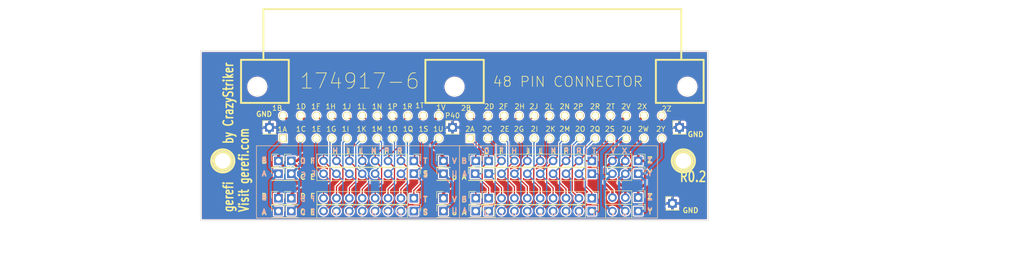
<source format=kicad_pcb>
(kicad_pcb (version 20171130) (host pcbnew "(5.1.2)-1")
  (title_block (title "ECU adapter") (date 2017-02-05) (rev R0.2) (company DAECU))
  (layers (0 F.Cu signal) (31 B.Cu signal) (34 B.Paste user) (35 F.Paste user) (36 B.SilkS user) (37 F.SilkS user) (38 B.Mask user) (39 F.Mask user) (44 Edge.Cuts user))
  (net 0 "")
  (net 1 GND)
  (net 2 "Net-(P1-Pad1)")
  (net 3 "Net-(P1-Pad2)")
  (net 4 "Net-(P1-Pad3)")
  (net 5 "Net-(P10-Pad1)")
  (net 6 "Net-(P11-Pad1)")
  (net 7 "Net-(P12-Pad1)")
  (net 8 "Net-(P14-Pad1)")
  (net 9 "Net-(P14-Pad2)")
  (net 10 "Net-(P14-Pad3)")
  (net 11 "Net-(P15-Pad1)")
  (net 12 "Net-(P16-Pad1)")
  (net 13 "Net-(P17-Pad1)")
  (net 14 "Net-(P18-Pad1)")
  (net 15 "Net-(P19-Pad1)")
  (net 16 "Net-(P20-Pad1)")
  (net 17 "Net-(P21-Pad1)")
  (net 18 "Net-(P25-Pad45)")
  (net 19 "Net-(P25-Pad37)")
  (net 20 "Net-(P25-Pad38)")
  (net 21 "Net-(P25-Pad46)")
  (net 22 "Net-(P25-Pad48)")
  (net 23 "Net-(P25-Pad40)")
  (net 24 "Net-(P25-Pad39)")
  (net 25 "Net-(P25-Pad47)")
  (net 26 "Net-(P25-Pad43)")
  (net 27 "Net-(P25-Pad35)")
  (net 28 "Net-(P25-Pad36)")
  (net 29 "Net-(P25-Pad44)")
  (net 30 "Net-(P25-Pad42)")
  (net 31 "Net-(P25-Pad34)")
  (net 32 "Net-(P25-Pad33)")
  (net 33 "Net-(P25-Pad41)")
  (net 34 "Net-(P25-Pad21)")
  (net 35 "Net-(P25-Pad29)")
  (net 36 "Net-(P25-Pad22)")
  (net 37 "Net-(P25-Pad30)")
  (net 38 "Net-(P25-Pad24)")
  (net 39 "Net-(P25-Pad32)")
  (net 40 "Net-(P25-Pad23)")
  (net 41 "Net-(P25-Pad31)")
  (net 42 "Net-(P25-Pad19)")
  (net 43 "Net-(P25-Pad27)")
  (net 44 "Net-(P25-Pad20)")
  (net 45 "Net-(P25-Pad28)")
  (net 46 "Net-(P25-Pad18)")
  (net 47 "Net-(P25-Pad26)")
  (net 48 "Net-(P25-Pad17)")
  (net 49 "Net-(P25-Pad25)")
  (net 50 "Net-(P25-Pad1Q)")
  (net 51 "Net-(P26-Pad2)")
  (net 52 "Net-(P25-Pad1S)")
  (net 53 "Net-(P25-Pad1T)")
  (net 54 "Net-(P25-Pad1U)")
  (net 55 "Net-(P25-Pad1V)")
  (net 56 "Net-(P25-Pad2A)")
  (net 57 "Net-(P25-Pad2B)")
  (net 58 "Net-(P25-Pad2J)")
  (net 59 "Net-(P25-Pad2I)")
  (net 60 "Net-(P25-Pad2H)")
  (net 61 "Net-(P25-Pad2G)")
  (net 62 "Net-(P25-Pad2F)")
  (net 63 "Net-(P25-Pad2E)")
  (net 64 "Net-(P25-Pad2D)")
  (net 65 "Net-(P25-Pad2C)")
  (net 66 "Net-(P25-Pad2K)")
  (net 67 "Net-(P25-Pad2L)")
  (net 68 "Net-(P25-Pad2M)")
  (net 69 "Net-(P25-Pad2N)")
  (net 70 "Net-(P25-Pad2O)")
  (net 71 "Net-(P25-Pad2P)")
  (net 72 "Net-(P25-Pad2Q)")
  (net 73 "Net-(P25-Pad2R)")
  (net 74 "Net-(P25-Pad2Z)")
  (net 75 "Net-(P25-Pad2Y)")
  (net 76 "Net-(P25-Pad2X)")
  (net 77 "Net-(P25-Pad2W)")
  (net 78 "Net-(P25-Pad2V)")
  (net 79 "Net-(P25-Pad2U)")
  (net 80 "Net-(P25-Pad2T)")
  (net 81 "Net-(P25-Pad2S)")
  (module Connector_PinHeader_2.54mm:PinHeader_1x03_P2.54mm_Vertical (layer F.Cu) (at 139.7 69.469 270)
    (fp_text reference P2 hide)
    (fp_text value CONN_3)
    (pad 3 thru_hole oval (at 0 5.08 270) (size 1.7 1.7) (drill 1) (layers *.Cu *.Mask) (net 10 "Net-(P14-Pad3)"))
    (pad 2 thru_hole oval (at 0 2.54 270) (size 1.7 1.7) (drill 1) (layers *.Cu *.Mask) (net 9 "Net-(P14-Pad2)"))
    (pad 1 thru_hole rect (at 0 0 270) (size 1.7 1.7) (drill 1) (layers *.Cu *.Mask) (net 8 "Net-(P14-Pad1)"))
  )
  (module connector:174917 (layer F.Cu) (at 69.723 57.785)
    (fp_text reference P25 hide)
    (fp_text value 174917 hide)
    (fp_text user "48 PIN CONNECTOR" (at 56.134 -11.176) (layer F.SilkS) (effects (font (size 2 2))))
    (fp_text user 174917-6 (at 15.113 -11.303) (layer F.SilkS) (effects (font (size 3 3))))
    (fp_text user 2Z (at 75.565 -5.842) (layer F.SilkS))
    (fp_text user 2Y (at 74.422 -1.841) (layer F.SilkS))
    (fp_text user 2X (at 70.739 -6.294) (layer F.SilkS))
    (fp_text user 2W (at 70.993 -1.841) (layer F.SilkS))
    (fp_text user 2V (at 67.564 -6.294) (layer F.SilkS))
    (fp_text user 2U (at 67.691 -1.841) (layer F.SilkS))
    (fp_text user 2T (at 64.516 -6.294) (layer F.SilkS))
    (fp_text user 2S (at 64.389 -1.841) (layer F.SilkS))
    (fp_text user 2R (at 61.468 -6.294) (layer F.SilkS))
    (fp_text user 2Q (at 61.468 -1.841) (layer F.SilkS))
    (fp_text user 2P (at 58.166 -6.294) (layer F.SilkS))
    (fp_text user 2O (at 58.547 -1.841) (layer F.SilkS))
    (fp_text user 2N (at 55.499 -6.294) (layer F.SilkS))
    (fp_text user 2M (at 55.499 -1.841) (layer F.SilkS))
    (fp_text user 2L (at 52.451 -6.294) (layer F.SilkS))
    (fp_text user 2K (at 52.705 -1.841) (layer F.SilkS))
    (fp_text user 2J (at 49.403 -6.294) (layer F.SilkS))
    (fp_text user 2I (at 49.53 -1.841) (layer F.SilkS))
    (fp_text user 2H (at 46.609 -6.294) (layer F.SilkS))
    (fp_text user 2G (at 46.482 -1.841) (layer F.SilkS))
    (fp_text user 2F (at 43.434 -6.294) (layer F.SilkS))
    (fp_text user 2E (at 43.688 -1.841) (layer F.SilkS))
    (fp_text user 2D (at 40.64 -6.294) (layer F.SilkS))
    (fp_text user 2C (at 40.259 -1.841) (layer F.SilkS))
    (fp_text user 2B (at 36.068 -5.969) (layer F.SilkS))
    (fp_text user 2A (at 36.83 -1.841) (layer F.SilkS))
    (fp_text user 1V (at 31.115 -6.096) (layer F.SilkS))
    (fp_text user 1U (at 30.607 -1.841) (layer F.SilkS))
    (fp_text user 1T (at 26.924 -6.477) (layer F.SilkS))
    (fp_text user 1S (at 27.686 -1.841) (layer F.SilkS))
    (fp_text user 1R (at 24.511 -6.294) (layer F.SilkS))
    (fp_text user 1Q (at 24.638 -1.841) (layer F.SilkS))
    (fp_text user 1P (at 21.59 -6.294) (layer F.SilkS))
    (fp_text user 1O (at 21.59 -1.841) (layer F.SilkS))
    (fp_text user 1N (at 18.542 -6.294) (layer F.SilkS))
    (fp_text user 1M (at 18.542 -1.841) (layer F.SilkS))
    (fp_text user 1L (at 15.494 -6.294) (layer F.SilkS))
    (fp_text user 1K (at 15.494 -1.841) (layer F.SilkS))
    (fp_text user 1J (at 12.573 -6.294) (layer F.SilkS))
    (fp_text user 1I (at 12.319 -1.841) (layer F.SilkS))
    (fp_text user 1H (at 9.398 -6.294) (layer F.SilkS))
    (fp_text user 1G (at 9.525 -1.841) (layer F.SilkS))
    (fp_text user 1F (at 6.477 -6.294) (layer F.SilkS))
    (fp_text user 1E (at 6.604 -1.841) (layer F.SilkS))
    (fp_text user 1D (at 3.556 -6.294) (layer F.SilkS))
    (fp_text user 1C (at 3.556 -1.841) (layer F.SilkS))
    (fp_text user 1B (at -1.143 -5.969) (layer F.SilkS))
    (fp_text user 1A (at -0.127 -1.778) (layer F.SilkS))
    (pad 16 thru_hole circle (at 0.00254 -4.50088 180) (size 1.5 1.5) (drill 1.09982) (layers *.Cu *.Mask F.SilkS))
    (pad 13 thru_hole rect (at 0.00254 0) (size 1.5 1.5) (drill 1.09982) (layers *.Cu *.Mask F.SilkS))
    (pad 12 thru_hole circle (at 3.50012 0) (size 1.5 1.5) (drill 1.09982) (layers *.Cu *.Mask F.SilkS))
    (pad 15 thru_hole circle (at 3.50012 -4.50088 180) (size 1.5 1.5) (drill 1.09982) (layers *.Cu *.Mask F.SilkS))
    (pad 45 thru_hole circle (at 15.60068 -4.50088 180) (size 1.5 1.5) (drill 1.09982) (layers *.Cu *.Mask F.SilkS))
    (pad 37 thru_hole circle (at 15.60068 0) (size 1.5 1.5) (drill 1.09982) (layers *.Cu *.Mask F.SilkS))
    (pad 38 thru_hole circle (at 12.60094 0) (size 1.5 1.5) (drill 1.09982) (layers *.Cu *.Mask F.SilkS))
    (pad 46 thru_hole circle (at 12.60094 -4.50088 180) (size 1.5 1.5) (drill 1.09982) (layers *.Cu *.Mask F.SilkS))
    (pad 48 thru_hole circle (at 6.60146 -4.50088 180) (size 1.5 1.5) (drill 1.09982) (layers *.Cu *.Mask F.SilkS))
    (pad 40 thru_hole circle (at 6.60146 0) (size 1.5 1.5) (drill 1.09982) (layers *.Cu *.Mask F.SilkS))
    (pad 39 thru_hole circle (at 9.6012 0) (size 1.5 1.5) (drill 1.09982) (layers *.Cu *.Mask F.SilkS))
    (pad 47 thru_hole circle (at 9.6012 -4.50088 180) (size 1.5 1.5) (drill 1.09982) (layers *.Cu *.Mask F.SilkS))
    (pad 43 thru_hole circle (at 21.60016 -4.50088 180) (size 1.5 1.5) (drill 1.09982) (layers *.Cu *.Mask F.SilkS))
    (pad 35 thru_hole circle (at 21.60016 0) (size 1.5 1.5) (drill 1.09982) (layers *.Cu *.Mask F.SilkS))
    (pad 36 thru_hole circle (at 18.60042 0) (size 1.5 1.5) (drill 1.09982) (layers *.Cu *.Mask F.SilkS))
    (pad 44 thru_hole circle (at 18.60042 -4.50088 180) (size 1.5 1.5) (drill 1.09982) (layers *.Cu *.Mask F.SilkS))
    (pad 42 thru_hole circle (at 24.5999 -4.50088 180) (size 1.5 1.5) (drill 1.09982) (layers *.Cu *.Mask F.SilkS))
    (pad 34 thru_hole circle (at 24.5999 0) (size 1.5 1.5) (drill 1.09982) (layers *.Cu *.Mask F.SilkS))
    (pad 33 thru_hole circle (at 27.59964 0) (size 1.5 1.5) (drill 1.09982) (layers *.Cu *.Mask F.SilkS))
    (pad 41 thru_hole circle (at 27.59964 -4.50088 180) (size 1.5 1.5) (drill 1.09982) (layers *.Cu *.Mask F.SilkS))
    (pad 14 thru_hole circle (at 30.70098 -4.50088 180) (size 1.5 1.5) (drill 1.09982) (layers *.Cu *.Mask F.SilkS))
    (pad 11 thru_hole circle (at 30.70098 0) (size 1.5 1.5) (drill 1.09982) (layers *.Cu *.Mask F.SilkS))
    (pad 4 thru_hole circle (at 40.40124 0) (size 1.5 1.5) (drill 1.09982) (layers *.Cu *.Mask F.SilkS))
    (pad 9 thru_hole circle (at 40.40124 -4.50088 180) (size 1.5 1.5) (drill 1.09982) (layers *.Cu *.Mask F.SilkS))
    (pad 5 thru_hole rect (at 36.90112 0) (size 1.5 1.5) (drill 1.09982) (layers *.Cu *.Mask F.SilkS))
    (pad 10 thru_hole circle (at 36.90112 -4.50088 180) (size 1.5 1.5) (drill 1.09982) (layers *.Cu *.Mask F.SilkS))
    (pad 21 thru_hole circle (at 52.50434 0) (size 1.5 1.5) (drill 1.09982) (layers *.Cu *.Mask F.SilkS))
    (pad 29 thru_hole circle (at 52.50434 -4.50088 180) (size 1.5 1.5) (drill 1.09982) (layers *.Cu *.Mask F.SilkS))
    (pad 22 thru_hole circle (at 49.5046 0) (size 1.5 1.5) (drill 1.09982) (layers *.Cu *.Mask F.SilkS))
    (pad 30 thru_hole circle (at 49.5046 -4.50088 180) (size 1.5 1.5) (drill 1.09982) (layers *.Cu *.Mask F.SilkS))
    (pad 24 thru_hole circle (at 43.50512 0) (size 1.5 1.5) (drill 1.09982) (layers *.Cu *.Mask F.SilkS))
    (pad 32 thru_hole circle (at 43.50512 -4.50088 180) (size 1.5 1.5) (drill 1.09982) (layers *.Cu *.Mask F.SilkS))
    (pad 23 thru_hole circle (at 46.50486 0) (size 1.5 1.5) (drill 1.09982) (layers *.Cu *.Mask F.SilkS))
    (pad 31 thru_hole circle (at 46.50486 -4.50088 180) (size 1.5 1.5) (drill 1.09982) (layers *.Cu *.Mask F.SilkS))
    (pad 19 thru_hole circle (at 58.50382 0) (size 1.5 1.5) (drill 1.09982) (layers *.Cu *.Mask F.SilkS))
    (pad 27 thru_hole circle (at 58.50382 -4.50088 180) (size 1.5 1.5) (drill 1.09982) (layers *.Cu *.Mask F.SilkS))
    (pad 20 thru_hole circle (at 55.50408 0) (size 1.5 1.5) (drill 1.09982) (layers *.Cu *.Mask F.SilkS))
    (pad 28 thru_hole circle (at 55.50408 -4.50088 180) (size 1.5 1.5) (drill 1.09982) (layers *.Cu *.Mask F.SilkS))
    (pad 18 thru_hole circle (at 61.50356 0) (size 1.5 1.5) (drill 1.09982) (layers *.Cu *.Mask F.SilkS))
    (pad 26 thru_hole circle (at 61.50356 -4.50088 180) (size 1.5 1.5) (drill 1.09982) (layers *.Cu *.Mask F.SilkS))
    (pad 17 thru_hole circle (at 64.5033 0) (size 1.5 1.5) (drill 1.09982) (layers *.Cu *.Mask F.SilkS))
    (pad 25 thru_hole circle (at 64.5033 -4.50088 180) (size 1.5 1.5) (drill 1.09982) (layers *.Cu *.Mask F.SilkS))
    (pad 3 thru_hole circle (at 67.60464 0) (size 1.5 1.5) (drill 1.09982) (layers *.Cu *.Mask F.SilkS))
    (pad 8 thru_hole circle (at 67.60464 -4.50088 180) (size 1.5 1.5) (drill 1.09982) (layers *.Cu *.Mask F.SilkS))
    (pad 2 thru_hole circle (at 71.10476 0) (size 1.5 1.5) (drill 1.09982) (layers *.Cu *.Mask F.SilkS))
    (pad 7 thru_hole circle (at 71.10476 -4.50088 180) (size 1.5 1.5) (drill 1.09982) (layers *.Cu *.Mask F.SilkS))
    (pad "" thru_hole circle (at -5.04952 -10.20064) (size 3.50012 3.50012) (drill 3.50012) (layers *.Cu *.Mask F.SilkS))
    (pad "" thru_hole circle (at 33.80486 -10.20064) (size 3.50012 3.50012) (drill 3.50012) (layers *.Cu *.Mask F.SilkS))
    (pad 1 thru_hole circle (at 74.60488 0) (size 1.5 1.5) (drill 1.09982) (layers *.Cu *.Mask F.SilkS))
    (pad 6 thru_hole circle (at 74.60488 -4.50088 180) (size 1.5 1.5) (drill 1.09982) (layers *.Cu *.Mask F.SilkS))
    (pad "" thru_hole circle (at 79.6544 -10.20064) (size 3.50012 3.50012) (drill 3.50012) (layers *.Cu *.Mask F.SilkS))
  )
  (module 1pin (layer F.Cu) (at 57.88 62.23)
    (fp_text reference 1PIN hide)
    (fp_text value P*** hide)
    (pad 1 thru_hole circle (at 0 0) (size 4.064 4.064) (drill 3.048) (layers *.Cu *.Mask F.SilkS))
  )
  (module 1pin (layer F.Cu) (at 148.59 62.23)
    (fp_text reference 1PIN hide)
    (fp_text value P*** hide)
    (pad 1 thru_hole circle (at 0 0) (size 4.064 4.064) (drill 3.048) (layers *.Cu *.Mask F.SilkS))
  )
  (module Connector_PinHeader_2.54mm:PinHeader_1x03_P2.54mm_Vertical (layer F.Cu) (at 139.7 72.136 270)
    (fp_text reference P1 hide)
    (fp_text value CONN_3)
    (pad 1 thru_hole rect (at 0 0 270) (size 1.7 1.7) (drill 1) (layers *.Cu *.Mask) (net 2 "Net-(P1-Pad1)"))
    (pad 2 thru_hole oval (at 0 2.54 270) (size 1.7 1.7) (drill 1) (layers *.Cu *.Mask) (net 3 "Net-(P1-Pad2)"))
    (pad 3 thru_hole oval (at 0 5.08 270) (size 1.7 1.7) (drill 1) (layers *.Cu *.Mask) (net 4 "Net-(P1-Pad3)"))
  )
  (module Connector_PinHeader_2.54mm:PinHeader_1x01_P2.54mm_Vertical (layer F.Cu) (at 110.236 72.136)
    (fp_text reference P3 hide)
    (fp_text value CONN_1)
    (pad 1 thru_hole rect (at 0 0) (size 1.7 1.7) (drill 1) (layers *.Cu *.Mask) (net 11 "Net-(P15-Pad1)"))
  )
  (module Connector_PinHeader_2.54mm:PinHeader_1x01_P2.54mm_Vertical (layer F.Cu) (at 107.696 72.136)
    (fp_text reference P4 hide)
    (fp_text value CONN_1)
    (pad 1 thru_hole rect (at 0 0) (size 1.7 1.7) (drill 1) (layers *.Cu *.Mask) (net 12 "Net-(P16-Pad1)"))
  )
  (module Connector_PinHeader_2.54mm:PinHeader_1x01_P2.54mm_Vertical (layer F.Cu) (at 110.236 69.596)
    (fp_text reference P5 hide)
    (fp_text value CONN_1)
    (pad 1 thru_hole rect (at 0 0) (size 1.7 1.7) (drill 1) (layers *.Cu *.Mask) (net 13 "Net-(P17-Pad1)"))
  )
  (module Connector_PinHeader_2.54mm:PinHeader_1x01_P2.54mm_Vertical (layer F.Cu) (at 107.696 69.596)
    (fp_text reference P6 hide)
    (fp_text value CONN_1)
    (pad 1 thru_hole rect (at 0 0) (size 1.7 1.7) (drill 1) (layers *.Cu *.Mask) (net 14 "Net-(P18-Pad1)"))
  )
  (module Connector_PinHeader_2.54mm:PinHeader_1x01_P2.54mm_Vertical (layer F.Cu) (at 101.346 72.136)
    (fp_text reference P7 hide)
    (fp_text value CONN_1)
    (pad 1 thru_hole rect (at 0 0) (size 1.7 1.7) (drill 1) (layers *.Cu *.Mask) (net 15 "Net-(P19-Pad1)"))
  )
  (module Connector_PinHeader_2.54mm:PinHeader_1x01_P2.54mm_Vertical (layer F.Cu) (at 101.346 69.596)
    (fp_text reference P8 hide)
    (fp_text value CONN_1)
    (pad 1 thru_hole rect (at 0 0) (size 1.7 1.7) (drill 1) (layers *.Cu *.Mask) (net 16 "Net-(P20-Pad1)"))
  )
  (module Connector_PinHeader_2.54mm:PinHeader_1x01_P2.54mm_Vertical (layer F.Cu) (at 71.374 72.136)
    (fp_text reference P9 hide)
    (fp_text value CONN_1)
    (pad 1 thru_hole rect (at 0 0) (size 1.7 1.7) (drill 1) (layers *.Cu *.Mask) (net 17 "Net-(P21-Pad1)"))
  )
  (module Connector_PinHeader_2.54mm:PinHeader_1x01_P2.54mm_Vertical (layer F.Cu) (at 68.834 72.136)
    (fp_text reference P10 hide)
    (fp_text value CONN_1)
    (pad 1 thru_hole rect (at 0 0) (size 1.7 1.7) (drill 1) (layers *.Cu *.Mask) (net 5 "Net-(P10-Pad1)"))
  )
  (module Connector_PinHeader_2.54mm:PinHeader_1x01_P2.54mm_Vertical (layer F.Cu) (at 71.374 69.596)
    (fp_text reference P11 hide)
    (fp_text value CONN_1)
    (pad 1 thru_hole rect (at 0 0) (size 1.7 1.7) (drill 1) (layers *.Cu *.Mask) (net 6 "Net-(P11-Pad1)"))
  )
  (module Connector_PinHeader_2.54mm:PinHeader_1x01_P2.54mm_Vertical (layer F.Cu) (at 68.834 69.596)
    (fp_text reference P12 hide)
    (fp_text value CONN_1)
    (pad 1 thru_hole rect (at 0 0) (size 1.7 1.7) (drill 1) (layers *.Cu *.Mask) (net 7 "Net-(P12-Pad1)"))
  )
  (module Connector_PinHeader_2.54mm:PinHeader_1x03_P2.54mm_Vertical (layer F.Cu) (at 139.7 64.77 270)
    (fp_text reference P13 hide)
    (fp_text value CONN_3)
    (pad 3 thru_hole oval (at 0 5.08 270) (size 1.7 1.7) (drill 1) (layers *.Cu *.Mask) (net 4 "Net-(P1-Pad3)"))
    (pad 2 thru_hole oval (at 0 2.54 270) (size 1.7 1.7) (drill 1) (layers *.Cu *.Mask) (net 3 "Net-(P1-Pad2)"))
    (pad 1 thru_hole rect (at 0 0 270) (size 1.7 1.7) (drill 1) (layers *.Cu *.Mask) (net 2 "Net-(P1-Pad1)"))
  )
  (module Connector_PinHeader_2.54mm:PinHeader_1x03_P2.54mm_Vertical (layer F.Cu) (at 139.7 62.23 270)
    (fp_text reference P14 hide)
    (fp_text value CONN_3)
    (pad 1 thru_hole rect (at 0 0 270) (size 1.7 1.7) (drill 1) (layers *.Cu *.Mask) (net 8 "Net-(P14-Pad1)"))
    (pad 2 thru_hole oval (at 0 2.54 270) (size 1.7 1.7) (drill 1) (layers *.Cu *.Mask) (net 9 "Net-(P14-Pad2)"))
    (pad 3 thru_hole oval (at 0 5.08 270) (size 1.7 1.7) (drill 1) (layers *.Cu *.Mask) (net 10 "Net-(P14-Pad3)"))
  )
  (module Connector_PinHeader_2.54mm:PinHeader_1x01_P2.54mm_Vertical (layer F.Cu) (at 110.236 64.77)
    (fp_text reference P15 hide)
    (fp_text value CONN_1)
    (pad 1 thru_hole rect (at 0 0) (size 1.7 1.7) (drill 1) (layers *.Cu *.Mask) (net 11 "Net-(P15-Pad1)"))
  )
  (module Connector_PinHeader_2.54mm:PinHeader_1x01_P2.54mm_Vertical (layer F.Cu) (at 107.569 64.77)
    (fp_text reference P16 hide)
    (fp_text value CONN_1)
    (pad 1 thru_hole rect (at 0 0) (size 1.7 1.7) (drill 1) (layers *.Cu *.Mask) (net 12 "Net-(P16-Pad1)"))
  )
  (module Connector_PinHeader_2.54mm:PinHeader_1x01_P2.54mm_Vertical (layer F.Cu) (at 110.236 62.23)
    (fp_text reference P17 hide)
    (fp_text value CONN_1)
    (pad 1 thru_hole rect (at 0 0) (size 1.7 1.7) (drill 1) (layers *.Cu *.Mask) (net 13 "Net-(P17-Pad1)"))
  )
  (module Connector_PinHeader_2.54mm:PinHeader_1x01_P2.54mm_Vertical (layer F.Cu) (at 107.696 62.23)
    (fp_text reference P18 hide)
    (fp_text value CONN_1)
    (pad 1 thru_hole rect (at 0 0) (size 1.7 1.7) (drill 1) (layers *.Cu *.Mask) (net 14 "Net-(P18-Pad1)"))
  )
  (module Connector_PinHeader_2.54mm:PinHeader_1x01_P2.54mm_Vertical (layer F.Cu) (at 101.346 64.77)
    (fp_text reference P19 hide)
    (fp_text value CONN_1)
    (pad 1 thru_hole rect (at 0 0) (size 1.7 1.7) (drill 1) (layers *.Cu *.Mask) (net 15 "Net-(P19-Pad1)"))
  )
  (module Connector_PinHeader_2.54mm:PinHeader_1x01_P2.54mm_Vertical (layer F.Cu) (at 101.346 62.23)
    (fp_text reference P20 hide)
    (fp_text value CONN_1)
    (pad 1 thru_hole rect (at 0 0) (size 1.7 1.7) (drill 1) (layers *.Cu *.Mask) (net 16 "Net-(P20-Pad1)"))
  )
  (module Connector_PinHeader_2.54mm:PinHeader_1x01_P2.54mm_Vertical (layer F.Cu) (at 71.374 64.77)
    (fp_text reference P21 hide)
    (fp_text value CONN_1)
    (pad 1 thru_hole rect (at 0 0) (size 1.7 1.7) (drill 1) (layers *.Cu *.Mask) (net 17 "Net-(P21-Pad1)"))
  )
  (module Connector_PinHeader_2.54mm:PinHeader_1x01_P2.54mm_Vertical (layer F.Cu) (at 68.834 64.77)
    (fp_text reference P22 hide)
    (fp_text value CONN_1)
    (pad 1 thru_hole rect (at 0 0) (size 1.7 1.7) (drill 1) (layers *.Cu *.Mask) (net 5 "Net-(P10-Pad1)"))
  )
  (module Connector_PinHeader_2.54mm:PinHeader_1x01_P2.54mm_Vertical (layer F.Cu) (at 71.374 62.23)
    (fp_text reference P23 hide)
    (fp_text value CONN_1)
    (pad 1 thru_hole rect (at 0 0) (size 1.7 1.7) (drill 1) (layers *.Cu *.Mask) (net 6 "Net-(P11-Pad1)"))
  )
  (module Connector_PinHeader_2.54mm:PinHeader_1x01_P2.54mm_Vertical (layer F.Cu) (at 68.834 62.23)
    (fp_text reference P24 hide)
    (fp_text value CONN_1)
    (pad 1 thru_hole rect (at 0 0) (size 1.7 1.7) (drill 1) (layers *.Cu *.Mask) (net 7 "Net-(P12-Pad1)"))
  )
  (module Connector_PinHeader_2.54mm:PinHeader_1x08_P2.54mm_Vertical (layer F.Cu) (at 130.556 72.136 270)
    (fp_text reference P26 hide)
    (fp_text value CONN_8)
    (pad 1 thru_hole rect (at 0 0 270) (size 1.7 1.7) (drill 1) (layers *.Cu *.Mask) (net 50 "Net-(P25-Pad1Q)"))
    (pad 2 thru_hole oval (at 0 2.54 270) (size 1.7 1.7) (drill 1) (layers *.Cu *.Mask) (net 51 "Net-(P26-Pad2)"))
    (pad 3 thru_hole oval (at 0 5.08 270) (size 1.7 1.7) (drill 1) (layers *.Cu *.Mask) (net 52 "Net-(P25-Pad1S)"))
    (pad 4 thru_hole oval (at 0 7.62 270) (size 1.7 1.7) (drill 1) (layers *.Cu *.Mask) (net 53 "Net-(P25-Pad1T)"))
    (pad 5 thru_hole oval (at 0 10.16 270) (size 1.7 1.7) (drill 1) (layers *.Cu *.Mask) (net 54 "Net-(P25-Pad1U)"))
    (pad 6 thru_hole oval (at 0 12.7 270) (size 1.7 1.7) (drill 1) (layers *.Cu *.Mask) (net 55 "Net-(P25-Pad1V)"))
    (pad 7 thru_hole oval (at 0 15.24 270) (size 1.7 1.7) (drill 1) (layers *.Cu *.Mask) (net 56 "Net-(P25-Pad2A)"))
    (pad 8 thru_hole oval (at 0 17.78 270) (size 1.7 1.7) (drill 1) (layers *.Cu *.Mask) (net 57 "Net-(P25-Pad2B)"))
  )
  (module Connector_PinHeader_2.54mm:PinHeader_1x08_P2.54mm_Vertical (layer F.Cu) (at 130.556 69.596 270)
    (fp_text reference P27 hide)
    (fp_text value CONN_8)
    (pad 8 thru_hole oval (at 0 17.78 270) (size 1.7 1.7) (drill 1) (layers *.Cu *.Mask) (net 58 "Net-(P25-Pad2J)"))
    (pad 7 thru_hole oval (at 0 15.24 270) (size 1.7 1.7) (drill 1) (layers *.Cu *.Mask) (net 59 "Net-(P25-Pad2I)"))
    (pad 6 thru_hole oval (at 0 12.7 270) (size 1.7 1.7) (drill 1) (layers *.Cu *.Mask) (net 60 "Net-(P25-Pad2H)"))
    (pad 5 thru_hole oval (at 0 10.16 270) (size 1.7 1.7) (drill 1) (layers *.Cu *.Mask) (net 61 "Net-(P25-Pad2G)"))
    (pad 4 thru_hole oval (at 0 7.62 270) (size 1.7 1.7) (drill 1) (layers *.Cu *.Mask) (net 62 "Net-(P25-Pad2F)"))
    (pad 3 thru_hole oval (at 0 5.08 270) (size 1.7 1.7) (drill 1) (layers *.Cu *.Mask) (net 63 "Net-(P25-Pad2E)"))
    (pad 2 thru_hole oval (at 0 2.54 270) (size 1.7 1.7) (drill 1) (layers *.Cu *.Mask) (net 64 "Net-(P25-Pad2D)"))
    (pad 1 thru_hole rect (at 0 0 270) (size 1.7 1.7) (drill 1) (layers *.Cu *.Mask) (net 65 "Net-(P25-Pad2C)"))
  )
  (module Connector_PinHeader_2.54mm:PinHeader_1x08_P2.54mm_Vertical (layer F.Cu) (at 95.504 64.77 270)
    (fp_text reference P30 hide)
    (fp_text value CONN_8)
    (pad 1 thru_hole rect (at 0 0 270) (size 1.7 1.7) (drill 1) (layers *.Cu *.Mask) (net 66 "Net-(P25-Pad2K)"))
    (pad 2 thru_hole oval (at 0 2.54 270) (size 1.7 1.7) (drill 1) (layers *.Cu *.Mask) (net 67 "Net-(P25-Pad2L)"))
    (pad 3 thru_hole oval (at 0 5.08 270) (size 1.7 1.7) (drill 1) (layers *.Cu *.Mask) (net 68 "Net-(P25-Pad2M)"))
    (pad 4 thru_hole oval (at 0 7.62 270) (size 1.7 1.7) (drill 1) (layers *.Cu *.Mask) (net 69 "Net-(P25-Pad2N)"))
    (pad 5 thru_hole oval (at 0 10.16 270) (size 1.7 1.7) (drill 1) (layers *.Cu *.Mask) (net 70 "Net-(P25-Pad2O)"))
    (pad 6 thru_hole oval (at 0 12.7 270) (size 1.7 1.7) (drill 1) (layers *.Cu *.Mask) (net 71 "Net-(P25-Pad2P)"))
    (pad 7 thru_hole oval (at 0 15.24 270) (size 1.7 1.7) (drill 1) (layers *.Cu *.Mask) (net 72 "Net-(P25-Pad2Q)"))
    (pad 8 thru_hole oval (at 0 17.78 270) (size 1.7 1.7) (drill 1) (layers *.Cu *.Mask) (net 73 "Net-(P25-Pad2R)"))
  )
  (module Connector_PinHeader_2.54mm:PinHeader_1x08_P2.54mm_Vertical (layer F.Cu) (at 95.504 62.23 270)
    (fp_text reference P31 hide)
    (fp_text value CONN_8)
    (pad 8 thru_hole oval (at 0 17.78 270) (size 1.7 1.7) (drill 1) (layers *.Cu *.Mask) (net 74 "Net-(P25-Pad2Z)"))
    (pad 7 thru_hole oval (at 0 15.24 270) (size 1.7 1.7) (drill 1) (layers *.Cu *.Mask) (net 75 "Net-(P25-Pad2Y)"))
    (pad 6 thru_hole oval (at 0 12.7 270) (size 1.7 1.7) (drill 1) (layers *.Cu *.Mask) (net 76 "Net-(P25-Pad2X)"))
    (pad 5 thru_hole oval (at 0 10.16 270) (size 1.7 1.7) (drill 1) (layers *.Cu *.Mask) (net 77 "Net-(P25-Pad2W)"))
    (pad 4 thru_hole oval (at 0 7.62 270) (size 1.7 1.7) (drill 1) (layers *.Cu *.Mask) (net 78 "Net-(P25-Pad2V)"))
    (pad 3 thru_hole oval (at 0 5.08 270) (size 1.7 1.7) (drill 1) (layers *.Cu *.Mask) (net 79 "Net-(P25-Pad2U)"))
    (pad 2 thru_hole oval (at 0 2.54 270) (size 1.7 1.7) (drill 1) (layers *.Cu *.Mask) (net 80 "Net-(P25-Pad2T)"))
    (pad 1 thru_hole rect (at 0 0 270) (size 1.7 1.7) (drill 1) (layers *.Cu *.Mask) (net 81 "Net-(P25-Pad2S)"))
  )
  (module Connector_PinHeader_2.54mm:PinHeader_1x08_P2.54mm_Vertical (layer F.Cu) (at 130.556 64.77 270)
    (fp_text reference P32 hide)
    (fp_text value CONN_8)
    (pad 8 thru_hole oval (at 0 17.78 270) (size 1.7 1.7) (drill 1) (layers *.Cu *.Mask) (net 57 "Net-(P25-Pad2B)"))
    (pad 7 thru_hole oval (at 0 15.24 270) (size 1.7 1.7) (drill 1) (layers *.Cu *.Mask) (net 56 "Net-(P25-Pad2A)"))
    (pad 6 thru_hole oval (at 0 12.7 270) (size 1.7 1.7) (drill 1) (layers *.Cu *.Mask) (net 55 "Net-(P25-Pad1V)"))
    (pad 5 thru_hole oval (at 0 10.16 270) (size 1.7 1.7) (drill 1) (layers *.Cu *.Mask) (net 54 "Net-(P25-Pad1U)"))
    (pad 4 thru_hole oval (at 0 7.62 270) (size 1.7 1.7) (drill 1) (layers *.Cu *.Mask) (net 53 "Net-(P25-Pad1T)"))
    (pad 3 thru_hole oval (at 0 5.08 270) (size 1.7 1.7) (drill 1) (layers *.Cu *.Mask) (net 52 "Net-(P25-Pad1S)"))
    (pad 2 thru_hole oval (at 0 2.54 270) (size 1.7 1.7) (drill 1) (layers *.Cu *.Mask) (net 51 "Net-(P26-Pad2)"))
    (pad 1 thru_hole rect (at 0 0 270) (size 1.7 1.7) (drill 1) (layers *.Cu *.Mask) (net 50 "Net-(P25-Pad1Q)"))
  )
  (module Connector_PinHeader_2.54mm:PinHeader_1x08_P2.54mm_Vertical (layer F.Cu) (at 130.556 62.23 270)
    (fp_text reference P33 hide)
    (fp_text value CONN_8)
    (pad 1 thru_hole rect (at 0 0 270) (size 1.7 1.7) (drill 1) (layers *.Cu *.Mask) (net 65 "Net-(P25-Pad2C)"))
    (pad 2 thru_hole oval (at 0 2.54 270) (size 1.7 1.7) (drill 1) (layers *.Cu *.Mask) (net 64 "Net-(P25-Pad2D)"))
    (pad 3 thru_hole oval (at 0 5.08 270) (size 1.7 1.7) (drill 1) (layers *.Cu *.Mask) (net 63 "Net-(P25-Pad2E)"))
    (pad 4 thru_hole oval (at 0 7.62 270) (size 1.7 1.7) (drill 1) (layers *.Cu *.Mask) (net 62 "Net-(P25-Pad2F)"))
    (pad 5 thru_hole oval (at 0 10.16 270) (size 1.7 1.7) (drill 1) (layers *.Cu *.Mask) (net 61 "Net-(P25-Pad2G)"))
    (pad 6 thru_hole oval (at 0 12.7 270) (size 1.7 1.7) (drill 1) (layers *.Cu *.Mask) (net 60 "Net-(P25-Pad2H)"))
    (pad 7 thru_hole oval (at 0 15.24 270) (size 1.7 1.7) (drill 1) (layers *.Cu *.Mask) (net 59 "Net-(P25-Pad2I)"))
    (pad 8 thru_hole oval (at 0 17.78 270) (size 1.7 1.7) (drill 1) (layers *.Cu *.Mask) (net 58 "Net-(P25-Pad2J)"))
  )
  (module Connector_PinHeader_2.54mm:PinHeader_1x08_P2.54mm_Vertical (layer F.Cu) (at 95.504 72.136 270)
    (fp_text reference P36 hide)
    (fp_text value CONN_8)
    (pad 8 thru_hole oval (at 0 17.78 270) (size 1.7 1.7) (drill 1) (layers *.Cu *.Mask) (net 73 "Net-(P25-Pad2R)"))
    (pad 7 thru_hole oval (at 0 15.24 270) (size 1.7 1.7) (drill 1) (layers *.Cu *.Mask) (net 72 "Net-(P25-Pad2Q)"))
    (pad 6 thru_hole oval (at 0 12.7 270) (size 1.7 1.7) (drill 1) (layers *.Cu *.Mask) (net 71 "Net-(P25-Pad2P)"))
    (pad 5 thru_hole oval (at 0 10.16 270) (size 1.7 1.7) (drill 1) (layers *.Cu *.Mask) (net 70 "Net-(P25-Pad2O)"))
    (pad 4 thru_hole oval (at 0 7.62 270) (size 1.7 1.7) (drill 1) (layers *.Cu *.Mask) (net 69 "Net-(P25-Pad2N)"))
    (pad 3 thru_hole oval (at 0 5.08 270) (size 1.7 1.7) (drill 1) (layers *.Cu *.Mask) (net 68 "Net-(P25-Pad2M)"))
    (pad 2 thru_hole oval (at 0 2.54 270) (size 1.7 1.7) (drill 1) (layers *.Cu *.Mask) (net 67 "Net-(P25-Pad2L)"))
    (pad 1 thru_hole rect (at 0 0 270) (size 1.7 1.7) (drill 1) (layers *.Cu *.Mask) (net 66 "Net-(P25-Pad2K)"))
  )
  (module Connector_PinHeader_2.54mm:PinHeader_1x08_P2.54mm_Vertical (layer F.Cu) (at 95.504 69.596 270)
    (fp_text reference P37 hide)
    (fp_text value CONN_8)
    (pad 1 thru_hole rect (at 0 0 270) (size 1.7 1.7) (drill 1) (layers *.Cu *.Mask) (net 81 "Net-(P25-Pad2S)"))
    (pad 2 thru_hole oval (at 0 2.54 270) (size 1.7 1.7) (drill 1) (layers *.Cu *.Mask) (net 80 "Net-(P25-Pad2T)"))
    (pad 3 thru_hole oval (at 0 5.08 270) (size 1.7 1.7) (drill 1) (layers *.Cu *.Mask) (net 79 "Net-(P25-Pad2U)"))
    (pad 4 thru_hole oval (at 0 7.62 270) (size 1.7 1.7) (drill 1) (layers *.Cu *.Mask) (net 78 "Net-(P25-Pad2V)"))
    (pad 5 thru_hole oval (at 0 10.16 270) (size 1.7 1.7) (drill 1) (layers *.Cu *.Mask) (net 77 "Net-(P25-Pad2W)"))
    (pad 6 thru_hole oval (at 0 12.7 270) (size 1.7 1.7) (drill 1) (layers *.Cu *.Mask) (net 76 "Net-(P25-Pad2X)"))
    (pad 7 thru_hole oval (at 0 15.24 270) (size 1.7 1.7) (drill 1) (layers *.Cu *.Mask) (net 75 "Net-(P25-Pad2Y)"))
    (pad 8 thru_hole oval (at 0 17.78 270) (size 1.7 1.7) (drill 1) (layers *.Cu *.Mask) (net 74 "Net-(P25-Pad2Z)"))
  )
  (module Connector_PinHeader_2.54mm:PinHeader_1x01_P2.54mm_Vertical (layer F.Cu) (at 146.431 70.612)
    (fp_text reference P38 hide)
    (fp_text value CONN_1)
    (pad 1 thru_hole rect (at 0 0) (size 1.7 1.7) (drill 1) (layers *.Cu *.Mask) (net 1 GND))
  )
  (module Connector_PinHeader_2.54mm:PinHeader_1x01_P2.54mm_Vertical (layer F.Cu) (at 147.828 55.626)
    (fp_text reference P39 hide)
    (fp_text value CONN_1)
    (pad 1 thru_hole rect (at 0 0) (size 1.7 1.7) (drill 1) (layers *.Cu *.Mask) (net 1 GND))
  )
  (module Connector_PinHeader_2.54mm:PinHeader_1x01_P2.54mm_Vertical (layer F.Cu) (at 103.124 55.626)
    (fp_text reference P40 (at 0 -2.33) (layer F.SilkS))
    (fp_text value CONN_1)
    (pad 1 thru_hole rect (at 0 0) (size 1.7 1.7) (drill 1) (layers *.Cu *.Mask) (net 1 GND))
  )
  (module Connector_PinHeader_2.54mm:PinHeader_1x01_P2.54mm_Vertical (layer F.Cu) (at 67.056 55.626)
    (fp_text reference P41 hide)
    (fp_text value CONN_1)
    (pad 1 thru_hole rect (at 0 0) (size 1.7 1.7) (drill 1) (layers *.Cu *.Mask) (net 1 GND))
  )
  (gr_text "T\n" (at 131 60.25) (layer B.SilkS) (effects (font (size 1.016 1.016) (thickness 0.22352)) (justify mirror)))
  (gr_text V (at 134.75 60.25) (layer B.SilkS) (effects (font (size 1.016 1.016) (thickness 0.22352)) (justify mirror)))
  (gr_text D (at 109.855 60.175) (layer B.SilkS) (effects (font (size 1.016 1.016) (thickness 0.22352)) (justify mirror)))
  (gr_text F (at 112.75 60.175) (layer B.SilkS) (effects (font (size 1.016 1.016) (thickness 0.22352)) (justify mirror)))
  (gr_text H (at 115.25 60.25) (layer B.SilkS) (effects (font (size 1.016 1.016) (thickness 0.22352)) (justify mirror)))
  (gr_text J (at 118 60.175) (layer B.SilkS) (effects (font (size 1.016 1.016) (thickness 0.22352)) (justify mirror)))
  (gr_text L (at 120.5 60.175) (layer B.SilkS) (effects (font (size 1.016 1.016) (thickness 0.22352)) (justify mirror)))
  (gr_text N (at 123 60.175) (layer B.SilkS) (effects (font (size 1.016 1.016) (thickness 0.22352)) (justify mirror)))
  (gr_text P (at 125.5 60.175) (layer B.SilkS) (effects (font (size 1.016 1.016) (thickness 0.22352)) (justify mirror)))
  (gr_text R (at 128 60.25) (layer B.SilkS) (effects (font (size 1.016 1.016) (thickness 0.22352)) (justify mirror)))
  (gr_text J (at 82.55 60.175) (layer B.SilkS) (effects (font (size 1.016 1.016) (thickness 0.22352)) (justify mirror)))
  (gr_text H (at 80.01 60.175) (layer B.SilkS) (effects (font (size 1.016 1.016) (thickness 0.22352)) (justify mirror)))
  (gr_text L (at 85.09 60.175) (layer B.SilkS) (effects (font (size 1.016 1.016) (thickness 0.22352)) (justify mirror)))
  (gr_text N (at 87.63 60.175) (layer B.SilkS) (effects (font (size 1.016 1.016) (thickness 0.22352)) (justify mirror)))
  (gr_text P (at 90.17 60.175) (layer B.SilkS) (effects (font (size 1.016 1.016) (thickness 0.22352)) (justify mirror)))
  (gr_text R (at 92.71 60.175) (layer B.SilkS) (effects (font (size 1.016 1.016) (thickness 0.22352)) (justify mirror)))
  (gr_text X (at 137 60.25) (layer B.SilkS) (effects (font (size 1.016 1.016) (thickness 0.22352)) (justify mirror)))
  (gr_line (start 64.5 59.25) (end 64.5 73.5) (layer B.SilkS) (width 0.1))
  (gr_line (start 104.5 73.5) (end 104.5 59.25) (layer B.SilkS) (width 0.1))
  (gr_line (start 143.5 73.5) (end 104.5 73.5) (layer B.SilkS) (width 0.1))
  (gr_line (start 104.5 59.25) (end 143.5 59.25) (layer B.SilkS) (width 0.1))
  (gr_line (start 143.5 59.25) (end 143.5 73.5) (layer B.SilkS) (width 0.1))
  (gr_line (start 64.5 73.5) (end 104.5 73.5) (layer B.SilkS) (width 0.1))
  (gr_line (start 104.5 59.25) (end 64.5 59.25) (layer B.SilkS) (width 0.1))
  (gr_text "T\n" (at 131 72.5) (layer B.SilkS) (effects (font (size 1.016 1.016) (thickness 0.22352)) (justify mirror)))
  (gr_text V (at 134.75 72.5) (layer B.SilkS) (effects (font (size 1.016 1.016) (thickness 0.22352)) (justify mirror)))
  (gr_text D (at 109.855 72.425) (layer B.SilkS) (effects (font (size 1.016 1.016) (thickness 0.22352)) (justify mirror)))
  (gr_text F (at 112.75 72.425) (layer B.SilkS) (effects (font (size 1.016 1.016) (thickness 0.22352)) (justify mirror)))
  (gr_text H (at 115.25 72.5) (layer B.SilkS) (effects (font (size 1.016 1.016) (thickness 0.22352)) (justify mirror)))
  (gr_text J (at 118 72.425) (layer B.SilkS) (effects (font (size 1.016 1.016) (thickness 0.22352)) (justify mirror)))
  (gr_text L (at 120.5 72.425) (layer B.SilkS) (effects (font (size 1.016 1.016) (thickness 0.22352)) (justify mirror)))
  (gr_text N (at 123 72.425) (layer B.SilkS) (effects (font (size 1.016 1.016) (thickness 0.22352)) (justify mirror)))
  (gr_text P (at 125.5 72.425) (layer B.SilkS) (effects (font (size 1.016 1.016) (thickness 0.22352)) (justify mirror)))
  (gr_text Z (at 142 69.5) (layer B.SilkS) (effects (font (size 1.016 1.016) (thickness 0.22352)) (justify mirror)))
  (gr_text Y (at 142 72) (layer B.SilkS) (effects (font (size 1.016 1.016) (thickness 0.22352)) (justify mirror)))
  (gr_text Y (at 142 64.75) (layer B.SilkS) (effects (font (size 1.016 1.016) (thickness 0.22352)) (justify mirror)))
  (gr_text Z (at 142 62.25) (layer B.SilkS) (effects (font (size 1.016 1.016) (thickness 0.22352)) (justify mirror)))
  (gr_text R (at 128 72.5) (layer B.SilkS) (effects (font (size 1.016 1.016) (thickness 0.22352)) (justify mirror)))
  (gr_text E (at 75.75 64.75) (layer B.SilkS) (effects (font (size 1.016 1.016) (thickness 0.22352)) (justify mirror)))
  (gr_text V (at 103.5 69.75) (layer B.SilkS) (effects (font (size 1.016 1.016) (thickness 0.22352)) (justify mirror)))
  (gr_text B (at 105.41 69.75) (layer B.SilkS) (effects (font (size 1.016 1.016) (thickness 0.22352)) (justify mirror)))
  (gr_text B (at 66 62) (layer B.SilkS) (effects (font (size 1.016 1.016) (thickness 0.22352)) (justify mirror)))
  (gr_text C (at 73.75 65) (layer B.SilkS) (effects (font (size 1.016 1.016) (thickness 0.22352)) (justify mirror)))
  (gr_text F (at 75.565 62.25) (layer B.SilkS) (effects (font (size 1.016 1.016) (thickness 0.22352)) (justify mirror)))
  (gr_text J (at 82.55 72.425) (layer B.SilkS) (effects (font (size 1.016 1.016) (thickness 0.22352)) (justify mirror)))
  (gr_text C (at 73.66 72.25) (layer B.SilkS) (effects (font (size 1.016 1.016) (thickness 0.22352)) (justify mirror)))
  (gr_text D (at 73.66 69.75) (layer B.SilkS) (effects (font (size 1.016 1.016) (thickness 0.22352)) (justify mirror)))
  (gr_text B (at 105.41 62.25) (layer B.SilkS) (effects (font (size 1.016 1.016) (thickness 0.22352)) (justify mirror)))
  (gr_text F (at 75.565 69.75) (layer B.SilkS) (effects (font (size 1.016 1.016) (thickness 0.22352)) (justify mirror)))
  (gr_text E (at 75.565 72.25) (layer B.SilkS) (effects (font (size 1.016 1.016) (thickness 0.22352)) (justify mirror)))
  (gr_text H (at 80.01 72.425) (layer B.SilkS) (effects (font (size 1.016 1.016) (thickness 0.22352)) (justify mirror)))
  (gr_text U (at 103.505 64.75) (layer B.SilkS) (effects (font (size 1.016 1.016) (thickness 0.22352)) (justify mirror)))
  (gr_text U (at 103.5 72) (layer B.SilkS) (effects (font (size 1.016 1.016) (thickness 0.22352)) (justify mirror)))
  (gr_text L (at 85.09 72.425) (layer B.SilkS) (effects (font (size 1.016 1.016) (thickness 0.22352)) (justify mirror)))
  (gr_text A (at 105.5 64.75) (layer B.SilkS) (effects (font (size 1.016 1.016) (thickness 0.22352)) (justify mirror)))
  (gr_text A (at 105.5 72) (layer B.SilkS) (effects (font (size 1.016 1.016) (thickness 0.22352)) (justify mirror)))
  (gr_text V (at 103.5 62.25) (layer B.SilkS) (effects (font (size 1.016 1.016) (thickness 0.22352)) (justify mirror)))
  (gr_text S (at 97.79 65) (layer B.SilkS) (effects (font (size 1.016 1.016) (thickness 0.22352)) (justify mirror)))
  (gr_text T (at 97.75 69.75) (layer B.SilkS) (effects (font (size 1.016 1.016) (thickness 0.22352)) (justify mirror)))
  (gr_text T (at 97.75 62.25) (layer B.SilkS) (effects (font (size 1.016 1.016) (thickness 0.22352)) (justify mirror)))
  (gr_text N (at 87.63 72.425) (layer B.SilkS) (effects (font (size 1.016 1.016) (thickness 0.22352)) (justify mirror)))
  (gr_text P (at 90.17 72.425) (layer B.SilkS) (effects (font (size 1.016 1.016) (thickness 0.22352)) (justify mirror)))
  (gr_text S (at 97.79 72.25) (layer B.SilkS) (effects (font (size 1.016 1.016) (thickness 0.22352)) (justify mirror)))
  (gr_text A (at 66 64.75) (layer B.SilkS) (effects (font (size 1.016 1.016) (thickness 0.22352)) (justify mirror)))
  (gr_text "A\n" (at 66 72.25) (layer B.SilkS) (effects (font (size 1.016 1.016) (thickness 0.22352)) (justify mirror)))
  (gr_text "B\n" (at 66.04 69.5) (layer B.SilkS) (effects (font (size 1.016 1.016) (thickness 0.22352)) (justify mirror)))
  (gr_text D (at 73.66 62.25) (layer B.SilkS) (effects (font (size 1.016 1.016) (thickness 0.22352)) (justify mirror)))
  (gr_text R (at 92.71 72.425) (layer B.SilkS) (effects (font (size 1.016 1.016) (thickness 0.22352)) (justify mirror)))
  (gr_text X (at 137 72.5) (layer B.SilkS) (effects (font (size 1.016 1.016) (thickness 0.22352)) (justify mirror)))
  (gr_line (start 64.5 59.25) (end 104.5 59.25) (layer F.SilkS) (width 0.1))
  (gr_line (start 64.5 73.5) (end 64.5 59.25) (layer F.SilkS) (width 0.1))
  (gr_line (start 104.5 73.5) (end 64.5 73.5) (layer F.SilkS) (width 0.1))
  (gr_line (start 143.5 59.25) (end 104.5 59.25) (layer F.SilkS) (width 0.1))
  (gr_line (start 143.5 73.5) (end 143.5 59.25) (layer F.SilkS) (width 0.1))
  (gr_line (start 104.5 73.5) (end 143.5 73.5) (layer F.SilkS) (width 0.1))
  (gr_line (start 104.5 59.25) (end 104.5 73.5) (layer F.SilkS) (width 0.1))
  (gr_text X (at 137 60.25) (layer F.SilkS) (effects (font (size 1.016 1.016) (thickness 0.22352))))
  (gr_text V (at 134.75 60.25) (layer F.SilkS) (effects (font (size 1.016 1.016) (thickness 0.22352))))
  (gr_text "T\n" (at 131 60.25) (layer F.SilkS) (effects (font (size 1.016 1.016) (thickness 0.22352))))
  (gr_text Y (at 142 64.5) (layer F.SilkS) (effects (font (size 1.016 1.016) (thickness 0.22352))))
  (gr_text Z (at 142 62) (layer F.SilkS) (effects (font (size 1.016 1.016) (thickness 0.22352))))
  (gr_text Z (at 142 69.25) (layer F.SilkS) (effects (font (size 1.016 1.016) (thickness 0.22352))))
  (gr_text Y (at 142 72.25) (layer F.SilkS) (effects (font (size 1.016 1.016) (thickness 0.22352))))
  (gr_text R (at 128 60.25) (layer F.SilkS) (effects (font (size 1.016 1.016) (thickness 0.22352))))
  (gr_text P (at 125.5 60.325) (layer F.SilkS) (effects (font (size 1.016 1.016) (thickness 0.22352))))
  (gr_text GND (at 66 53) (layer F.SilkS) (effects (font (size 1 1) (thickness 0.2))))
  (gr_text GND (at 150 72) (layer F.SilkS) (effects (font (size 1 1) (thickness 0.2))))
  (gr_text GND (at 151 57) (layer F.SilkS) (effects (font (size 1 1) (thickness 0.2))))
  (gr_poly (pts (xy 153.5 40.5) (xy 53.5 40.5) (xy 53.5 74) (xy 153.5 74)) (layer Edge.Cuts) (width 0.1))
  (gr_text "R0.2\n\n" (at 150.5 67) (layer F.SilkS) (effects (font (size 2.032 1.524) (thickness 0.3048))))
  (gr_text N (at 123 60.325) (layer F.SilkS) (effects (font (size 1.016 1.016) (thickness 0.22352))))
  (gr_text L (at 120.5 60.325) (layer F.SilkS) (effects (font (size 1.016 1.016) (thickness 0.22352))))
  (gr_text J (at 118 60.325) (layer F.SilkS) (effects (font (size 1.016 1.016) (thickness 0.22352))))
  (gr_text H (at 115.25 60.25) (layer F.SilkS) (effects (font (size 1.016 1.016) (thickness 0.22352))))
  (gr_text F (at 112.75 60.325) (layer F.SilkS) (effects (font (size 1.016 1.016) (thickness 0.22352))))
  (gr_text D (at 109.855 60.325) (layer F.SilkS) (effects (font (size 1.016 1.016) (thickness 0.22352))))
  (gr_text R (at 92.71 60.325) (layer F.SilkS) (effects (font (size 1.016 1.016) (thickness 0.22352))))
  (gr_text P (at 90.17 60.325) (layer F.SilkS) (effects (font (size 1.016 1.016) (thickness 0.22352))))
  (gr_text N (at 87.63 60.325) (layer F.SilkS) (effects (font (size 1.016 1.016) (thickness 0.22352))))
  (gr_text L (at 85.09 60.325) (layer F.SilkS) (effects (font (size 1.016 1.016) (thickness 0.22352))))
  (gr_text J (at 82.55 60.325) (layer F.SilkS) (effects (font (size 1.016 1.016) (thickness 0.22352))))
  (gr_text H (at 80.01 60.325) (layer F.SilkS) (effects (font (size 1.016 1.016) (thickness 0.22352))))
  (gr_text T (at 97.79 62.23) (layer F.SilkS) (effects (font (size 1.016 1.016) (thickness 0.22352))))
  (gr_text T (at 97.79 69.85) (layer F.SilkS) (effects (font (size 1.016 1.016) (thickness 0.22352))))
  (gr_text S (at 97.79 64.77) (layer F.SilkS) (effects (font (size 1.016 1.016) (thickness 0.22352))))
  (gr_text S (at 97.79 72.39) (layer F.SilkS) (effects (font (size 1.016 1.016) (thickness 0.22352))))
  (gr_text V (at 103.505 69.85) (layer F.SilkS) (effects (font (size 1.016 1.016) (thickness 0.22352))))
  (gr_text V (at 103.505 62.23) (layer F.SilkS) (effects (font (size 1.016 1.016) (thickness 0.22352))))
  (gr_text B (at 105.41 62.23) (layer F.SilkS) (effects (font (size 1.016 1.016) (thickness 0.22352))))
  (gr_text B (at 105.41 69.85) (layer F.SilkS) (effects (font (size 1.016 1.016) (thickness 0.22352))))
  (gr_text A (at 105.41 65.405) (layer F.SilkS) (effects (font (size 1.016 1.016) (thickness 0.22352))))
  (gr_text A (at 105.41 72.39) (layer F.SilkS) (effects (font (size 1.016 1.016) (thickness 0.22352))))
  (gr_text U (at 103.505 65.405) (layer F.SilkS) (effects (font (size 1.016 1.016) (thickness 0.22352))))
  (gr_text U (at 103.505 72.39) (layer F.SilkS) (effects (font (size 1.016 1.016) (thickness 0.22352))))
  (gr_text E (at 75.565 65.405) (layer F.SilkS) (effects (font (size 1.016 1.016) (thickness 0.22352))))
  (gr_text F (at 75.565 62.23) (layer F.SilkS) (effects (font (size 1.016 1.016) (thickness 0.22352))))
  (gr_text D (at 73.66 62.23) (layer F.SilkS) (effects (font (size 1.016 1.016) (thickness 0.22352))))
  (gr_text C (at 73.66 65.405) (layer F.SilkS) (effects (font (size 1.016 1.016) (thickness 0.22352))))
  (gr_text F (at 75.565 69.215) (layer F.SilkS) (effects (font (size 1.016 1.016) (thickness 0.22352))))
  (gr_text E (at 75.565 72.39) (layer F.SilkS) (effects (font (size 1.016 1.016) (thickness 0.22352))))
  (gr_text D (at 73.66 69.215) (layer F.SilkS) (effects (font (size 1.016 1.016) (thickness 0.22352))))
  (gr_text C (at 73.66 72.39) (layer F.SilkS) (effects (font (size 1.016 1.016) (thickness 0.22352))))
  (gr_text B (at 66.04 69.215) (layer F.SilkS) (effects (font (size 1.016 1.016) (thickness 0.22352))))
  (gr_text "B\n" (at 66.04 62.23) (layer F.SilkS) (effects (font (size 1.016 1.016) (thickness 0.22352))))
  (gr_text "A\n" (at 66.04 64.77) (layer F.SilkS) (effects (font (size 1.016 1.016) (thickness 0.22352))))
  (gr_text A (at 66.04 72.39) (layer F.SilkS) (effects (font (size 1.016 1.016) (thickness 0.22352))))
  (gr_text "gerefi       by CrazyStriker\nVisit gerefi.com" (at 60.5 72.5 90) (layer F.SilkS) (effects (font (size 1.9 1.4) (thickness 0.3048)) (justify left)))
  (segment (start 141.058001 66.128001) (end 139.7 64.77) (width 0.508) (layer B.Cu) (net 2))
  (segment (start 141.058001 72.135999) (end 141.058001 66.128001) (width 0.508) (layer B.Cu) (net 2))
  (segment (start 139.7 72.136) (end 141.058001 72.135999) (width 0.508) (layer B.Cu) (net 2))
  (segment (start 144.32788 58.598611) (end 144.32788 57.785) (width 0.508) (layer B.Cu) (net 2))
  (segment (start 144.32788 61.50012) (end 144.32788 58.598611) (width 0.508) (layer B.Cu) (net 2))
  (segment (start 141.058 64.77) (end 144.32788 61.50012) (width 0.508) (layer B.Cu) (net 2))
  (segment (start 139.7 64.77) (end 141.058 64.77) (width 0.508) (layer B.Cu) (net 2))
  (segment (start 135.928999 66.001001) (end 136.310001 65.619999) (width 0.508) (layer B.Cu) (net 3))
  (segment (start 136.310001 65.619999) (end 137.16 64.77) (width 0.508) (layer B.Cu) (net 3))
  (segment (start 137.16 72.136) (end 135.928999 70.904999) (width 0.508) (layer B.Cu) (net 3))
  (segment (start 140.252451 58.360309) (end 140.82776 57.785) (width 0.508) (layer B.Cu) (net 3))
  (segment (start 138.468999 60.143761) (end 140.252451 58.360309) (width 0.508) (layer B.Cu) (net 3))
  (segment (start 135.928999 67.983999) (end 135.928999 66.001001) (width 0.508) (layer B.Cu) (net 3))
  (segment (start 135.928999 70.904999) (end 135.928999 67.983999) (width 0.254) (layer B.Cu) (net 3))
  (segment (start 138.468999 63.461001) (end 138.468999 60.143761) (width 0.254) (layer B.Cu) (net 3))
  (segment (start 137.16 64.77) (end 138.468999 63.461001) (width 0.508) (layer B.Cu) (net 3))
  (segment (start 134.366 72.136) (end 133.096 70.866) (width 0.508) (layer B.Cu) (net 4))
  (segment (start 133.096 70.866) (end 133.096 66.294) (width 0.508) (layer B.Cu) (net 4))
  (segment (start 133.096 66.294) (end 134.62 64.77) (width 0.508) (layer B.Cu) (net 4))
  (segment (start 134.62 72.136) (end 134.366 72.136) (width 0.508) (layer B.Cu) (net 4))
  (segment (start 133.261999 64.61408) (end 133.261999 61.03703) (width 0.508) (layer B.Cu) (net 4))
  (segment (start 133.417919 64.77) (end 133.261999 64.61408) (width 0.508) (layer B.Cu) (net 4))
  (segment (start 136.514029 57.785) (end 137.32764 57.785) (width 0.508) (layer B.Cu) (net 4))
  (segment (start 133.261999 61.03703) (end 136.514029 57.785) (width 0.508) (layer B.Cu) (net 4))
  (segment (start 134.62 64.77) (end 133.417919 64.77) (width 0.508) (layer B.Cu) (net 4))
  (segment (start 68.58 72.136) (end 67.31 70.866) (width 0.508) (layer B.Cu) (net 5))
  (segment (start 67.31 70.866) (end 67.31 66.294) (width 0.508) (layer B.Cu) (net 5))
  (segment (start 67.31 66.294) (end 68.834 64.77) (width 0.508) (layer B.Cu) (net 5))
  (segment (start 68.834 72.136) (end 68.58 72.136) (width 0.508) (layer B.Cu) (net 5))
  (segment (start 68.326 64.77) (end 67.056 63.5) (width 0.508) (layer B.Cu) (net 5))
  (segment (start 67.056 63.5) (end 67.056 60.50534) (width 0.508) (layer B.Cu) (net 5))
  (segment (start 67.056 60.50534) (end 69.77634 57.785) (width 0.508) (layer B.Cu) (net 5))
  (segment (start 68.834 64.77) (end 68.326 64.77) (width 0.508) (layer B.Cu) (net 5))
  (segment (start 71.374 68.834) (end 73.152 67.056) (width 0.508) (layer F.Cu) (net 6))
  (segment (start 73.152 67.056) (end 73.152 64.008) (width 0.508) (layer F.Cu) (net 6))
  (segment (start 73.152 64.008) (end 71.374 62.23) (width 0.508) (layer F.Cu) (net 6))
  (segment (start 71.374 69.596) (end 71.374 68.834) (width 0.508) (layer F.Cu) (net 6))
  (segment (start 71.374 62.23) (end 71.882 62.23) (width 0.508) (layer F.Cu) (net 6))
  (segment (start 72.478 62.23) (end 74.8 59.908) (width 0.508) (layer F.Cu) (net 6))
  (segment (start 71.374 62.23) (end 72.478 62.23) (width 0.508) (layer F.Cu) (net 6))
  (segment (start 74.8 54.861) (end 73.22312 53.28412) (width 0.508) (layer F.Cu) (net 6))
  (segment (start 74.8 59.908) (end 74.8 54.861) (width 0.508) (layer F.Cu) (net 6))
  (segment (start 68.834 68.58) (end 70.104 67.31) (width 0.508) (layer F.Cu) (net 7))
  (segment (start 68.834 69.596) (end 68.834 68.58) (width 0.508) (layer F.Cu) (net 7))
  (segment (start 70.104 67.31) (end 70.104 63.5) (width 0.254) (layer F.Cu) (net 7))
  (segment (start 70.104 63.5) (end 68.834 62.23) (width 0.508) (layer F.Cu) (net 7))
  (segment (start 68.834 61.214) (end 71.374 58.674) (width 0.508) (layer F.Cu) (net 7))
  (segment (start 71.374 54.88178) (end 69.77634 53.28412) (width 0.508) (layer F.Cu) (net 7))
  (segment (start 68.834 62.23) (end 68.834 61.214) (width 0.508) (layer F.Cu) (net 7))
  (segment (start 71.374 58.674) (end 71.374 54.88178) (width 0.508) (layer F.Cu) (net 7))
  (segment (start 144.32788 54.097731) (end 144.32788 53.28412) (width 0.508) (layer F.Cu) (net 8))
  (segment (start 139.7 62.23) (end 139.7 60.872) (width 0.508) (layer F.Cu) (net 8))
  (segment (start 141.058001 66.752999) (end 141.058 62.23) (width 0.508) (layer F.Cu) (net 8))
  (segment (start 139.7 68.111) (end 141.058001 66.752999) (width 0.508) (layer F.Cu) (net 8))
  (segment (start 141.058 62.23) (end 139.7 62.23) (width 0.508) (layer F.Cu) (net 8))
  (segment (start 139.7 69.469) (end 139.7 68.111) (width 0.508) (layer F.Cu) (net 8))
  (segment (start 143.072379 57.499621) (end 139.7 60.872) (width 0.503) (layer F.Cu) (net 8))
  (segment (start 143.072379 55.600281) (end 143.072379 57.499621) (width 0.503) (layer F.Cu) (net 8))
  (segment (start 144.32788 54.34478) (end 143.072379 55.600281) (width 0.503) (layer F.Cu) (net 8))
  (segment (start 144.32788 53.28412) (end 144.32788 54.34478) (width 0.503) (layer F.Cu) (net 8))
  (segment (start 137.16 67.818) (end 135.89 66.548) (width 0.508) (layer F.Cu) (net 9))
  (segment (start 135.89 66.548) (end 135.89 63.5) (width 0.254) (layer F.Cu) (net 9))
  (segment (start 135.89 63.5) (end 137.16 62.23) (width 0.508) (layer F.Cu) (net 9))
  (segment (start 137.16 69.596) (end 137.16 67.818) (width 0.508) (layer F.Cu) (net 9))
  (segment (start 137.16 62.23) (end 137.16 60.96) (width 0.508) (layer F.Cu) (net 9))
  (segment (start 137.16 60.96) (end 139.065 59.055) (width 0.508) (layer F.Cu) (net 9))
  (segment (start 139.065 55.04688) (end 140.82776 53.28412) (width 0.508) (layer F.Cu) (net 9))
  (segment (start 139.065 59.055) (end 139.065 55.04688) (width 0.508) (layer F.Cu) (net 9))
  (segment (start 133.096 66.548) (end 133.096 63.754) (width 0.508) (layer F.Cu) (net 10))
  (segment (start 133.096 63.754) (end 134.62 62.23) (width 0.508) (layer F.Cu) (net 10))
  (segment (start 134.62 69.596) (end 134.62 68.072) (width 0.508) (layer F.Cu) (net 10))
  (segment (start 134.62 68.072) (end 133.096 66.548) (width 0.508) (layer F.Cu) (net 10))
  (segment (start 136.244329 54.367431) (end 136.752331 53.859429) (width 0.508) (layer F.Cu) (net 10))
  (segment (start 136.752331 53.859429) (end 137.32764 53.28412) (width 0.508) (layer F.Cu) (net 10))
  (segment (start 135.469999 61.380001) (end 134.62 62.23) (width 0.503) (layer F.Cu) (net 10))
  (segment (start 135.481801 61.368199) (end 135.469999 61.380001) (width 0.503) (layer F.Cu) (net 10))
  (segment (start 135.481801 57.772697) (end 135.481801 61.368199) (width 0.503) (layer F.Cu) (net 10))
  (segment (start 136.244329 57.010169) (end 135.481801 57.772697) (width 0.503) (layer F.Cu) (net 10))
  (segment (start 136.244329 54.367431) (end 136.244329 57.010169) (width 0.503) (layer F.Cu) (net 10))
  (segment (start 111.506 70.866) (end 111.506 66.04) (width 0.254) (layer B.Cu) (net 11))
  (segment (start 111.506 66.04) (end 110.236 64.77) (width 0.254) (layer B.Cu) (net 11))
  (segment (start 110.236 72.136) (end 111.506 70.866) (width 0.254) (layer B.Cu) (net 11))
  (segment (start 111.467001 64.642999) (end 111.467001 59.127761) (width 0.254) (layer B.Cu) (net 11))
  (segment (start 110.699549 58.360309) (end 110.12424 57.785) (width 0.254) (layer B.Cu) (net 11))
  (segment (start 111.34 64.77) (end 111.467001 64.642999) (width 0.254) (layer B.Cu) (net 11))
  (segment (start 111.467001 59.127761) (end 110.699549 58.360309) (width 0.254) (layer B.Cu) (net 11))
  (segment (start 110.236 64.77) (end 111.34 64.77) (width 0.254) (layer B.Cu) (net 11))
  (segment (start 108.966 66.04) (end 107.696 64.77) (width 0.254) (layer B.Cu) (net 12))
  (segment (start 107.696 72.136) (end 108.966 70.866) (width 0.254) (layer B.Cu) (net 12))
  (segment (start 108.966 70.866) (end 108.966 66.04) (width 0.254) (layer B.Cu) (net 12))
  (segment (start 107.199429 58.360309) (end 106.62412 57.785) (width 0.254) (layer B.Cu) (net 12))
  (segment (start 108.927001 60.087881) (end 107.199429 58.360309) (width 0.254) (layer B.Cu) (net 12))
  (segment (start 108.927001 64.515999) (end 108.927001 60.087881) (width 0.254) (layer B.Cu) (net 12))
  (segment (start 108.673 64.77) (end 108.927001 64.515999) (width 0.254) (layer B.Cu) (net 12))
  (segment (start 107.569 64.77) (end 108.673 64.77) (width 0.254) (layer B.Cu) (net 12))
  (segment (start 108.966 63.5) (end 110.236 62.23) (width 0.254) (layer F.Cu) (net 13))
  (segment (start 110.236 67.564) (end 108.966 66.294) (width 0.254) (layer F.Cu) (net 13))
  (segment (start 108.966 66.294) (end 108.966 63.5) (width 0.254) (layer F.Cu) (net 13))
  (segment (start 110.236 69.596) (end 110.236 67.564) (width 0.254) (layer F.Cu) (net 13))
  (segment (start 110.236 61.126) (end 110.236 62.23) (width 0.254) (layer F.Cu) (net 13))
  (segment (start 108.993239 59.883239) (end 110.236 61.126) (width 0.254) (layer F.Cu) (net 13))
  (segment (start 108.993239 54.415121) (end 108.993239 59.883239) (width 0.254) (layer F.Cu) (net 13))
  (segment (start 110.12424 53.28412) (end 108.993239 54.415121) (width 0.254) (layer F.Cu) (net 13))
  (segment (start 106.414199 63.538999) (end 106.426 63.538999) (width 0.254) (layer F.Cu) (net 14))
  (segment (start 106.337999 63.615199) (end 106.414199 63.538999) (width 0.254) (layer F.Cu) (net 14))
  (segment (start 106.426 63.538999) (end 106.426 63.5) (width 0.254) (layer F.Cu) (net 14))
  (segment (start 107.696 67.818) (end 106.426 66.548) (width 0.254) (layer F.Cu) (net 14))
  (segment (start 106.426 63.5) (end 107.696 62.23) (width 0.254) (layer F.Cu) (net 14))
  (segment (start 107.696 69.596) (end 107.696 67.818) (width 0.254) (layer F.Cu) (net 14))
  (segment (start 106.414199 66.001001) (end 106.337999 65.924801) (width 0.254) (layer F.Cu) (net 14))
  (segment (start 106.426 66.548) (end 106.426 66.001001) (width 0.254) (layer F.Cu) (net 14))
  (segment (start 106.337999 65.924801) (end 106.337999 63.615199) (width 0.254) (layer F.Cu) (net 14))
  (segment (start 106.426 66.001001) (end 106.414199 66.001001) (width 0.254) (layer F.Cu) (net 14))
  (segment (start 107.696 61.126) (end 107.696 62.23) (width 0.254) (layer F.Cu) (net 14))
  (segment (start 107.755121 61.066879) (end 107.696 61.126) (width 0.254) (layer F.Cu) (net 14))
  (segment (start 107.755121 54.415121) (end 107.755121 61.066879) (width 0.254) (layer F.Cu) (net 14))
  (segment (start 106.62412 53.28412) (end 107.755121 54.415121) (width 0.254) (layer F.Cu) (net 14))
  (segment (start 103.124 70.358) (end 103.124 66.548) (width 0.508) (layer B.Cu) (net 15))
  (segment (start 103.124 66.548) (end 101.346 64.77) (width 0.508) (layer B.Cu) (net 15))
  (segment (start 101.346 72.136) (end 103.124 70.358) (width 0.508) (layer B.Cu) (net 15))
  (segment (start 100.838 64.77) (end 99.06 62.992) (width 0.508) (layer B.Cu) (net 15))
  (segment (start 99.06 62.992) (end 99.06 59.19978) (width 0.508) (layer B.Cu) (net 15))
  (segment (start 99.06 59.19978) (end 100.47478 57.785) (width 0.508) (layer B.Cu) (net 15))
  (segment (start 101.346 64.77) (end 100.838 64.77) (width 0.508) (layer B.Cu) (net 15))
  (segment (start 101.346 68.58) (end 102.87 67.056) (width 0.508) (layer F.Cu) (net 16))
  (segment (start 102.87 67.056) (end 102.87 63.754) (width 0.508) (layer F.Cu) (net 16))
  (segment (start 102.87 63.754) (end 101.346 62.23) (width 0.508) (layer F.Cu) (net 16))
  (segment (start 101.346 69.596) (end 101.346 68.58) (width 0.508) (layer F.Cu) (net 16))
  (segment (start 101.346 61.468) (end 99.06 59.182) (width 0.508) (layer F.Cu) (net 16))
  (segment (start 99.06 59.182) (end 99.06 54.6989) (width 0.508) (layer F.Cu) (net 16))
  (segment (start 99.06 54.6989) (end 100.47478 53.28412) (width 0.508) (layer F.Cu) (net 16))
  (segment (start 101.346 62.23) (end 101.346 61.468) (width 0.508) (layer F.Cu) (net 16))
  (segment (start 72.898 66.294) (end 71.374 64.77) (width 0.508) (layer B.Cu) (net 17))
  (segment (start 71.374 64.77) (end 73.152 62.992) (width 0.508) (layer B.Cu) (net 17))
  (segment (start 71.374 72.136) (end 72.898 70.612) (width 0.508) (layer B.Cu) (net 17))
  (segment (start 72.898 70.612) (end 72.898 66.294) (width 0.508) (layer B.Cu) (net 17))
  (segment (start 73.152 62.992) (end 73.152 57.90692) (width 0.508) (layer B.Cu) (net 17))
  (segment (start 73.152 57.90692) (end 73.27392 57.785) (width 0.508) (layer B.Cu) (net 17))
  (segment (start 85.344 67.818) (end 86.614 66.548) (width 0.254) (layer F.Cu) (net 18))
  (segment (start 86.614 66.548) (end 86.614 63.5) (width 0.254) (layer F.Cu) (net 18))
  (segment (start 86.868 54.77764) (end 85.37448 53.28412) (width 0.254) (layer F.Cu) (net 18))
  (segment (start 85.344 69.596) (end 85.344 67.818) (width 0.254) (layer F.Cu) (net 18))
  (segment (start 85.344 60.706) (end 86.868 59.182) (width 0.254) (layer F.Cu) (net 18))
  (segment (start 86.868 59.182) (end 86.868 54.77764) (width 0.254) (layer F.Cu) (net 18))
  (segment (start 85.344 62.23) (end 85.344 60.706) (width 0.254) (layer F.Cu) (net 18))
  (segment (start 86.614 63.5) (end 85.344 62.23) (width 0.254) (layer F.Cu) (net 18))
  (segment (start 84.074 59.08548) (end 85.37448 57.785) (width 0.254) (layer B.Cu) (net 19))
  (segment (start 84.074 63.5) (end 84.074 59.08548) (width 0.254) (layer B.Cu) (net 19))
  (segment (start 86.614 70.866) (end 86.614 66.04) (width 0.254) (layer B.Cu) (net 19))
  (segment (start 85.344 64.77) (end 84.074 63.5) (width 0.254) (layer B.Cu) (net 19))
  (segment (start 85.344 72.136) (end 86.614 70.866) (width 0.254) (layer B.Cu) (net 19))
  (segment (start 86.614 66.04) (end 85.344 64.77) (width 0.254) (layer B.Cu) (net 19))
  (segment (start 84.074 70.866) (end 84.074 66.04) (width 0.254) (layer B.Cu) (net 20))
  (segment (start 84.074 66.04) (end 82.804 64.77) (width 0.254) (layer B.Cu) (net 20))
  (segment (start 82.804 72.136) (end 84.074 70.866) (width 0.254) (layer B.Cu) (net 20))
  (segment (start 81.534 63.5) (end 81.534 58.62574) (width 0.254) (layer B.Cu) (net 20))
  (segment (start 81.534 58.62574) (end 82.37474 57.785) (width 0.254) (layer B.Cu) (net 20))
  (segment (start 82.804 64.77) (end 81.534 63.5) (width 0.254) (layer B.Cu) (net 20))
  (segment (start 82.804 67.564) (end 84.074 66.294) (width 0.254) (layer F.Cu) (net 21))
  (segment (start 84.074 66.294) (end 84.074 63.5) (width 0.254) (layer F.Cu) (net 21))
  (segment (start 84.074 63.5) (end 82.804 62.23) (width 0.254) (layer F.Cu) (net 21))
  (segment (start 82.804 69.596) (end 82.804 67.564) (width 0.254) (layer F.Cu) (net 21))
  (segment (start 82.804 60.198) (end 83.82 59.182) (width 0.254) (layer F.Cu) (net 21))
  (segment (start 83.82 59.182) (end 83.82 54.72938) (width 0.254) (layer F.Cu) (net 21))
  (segment (start 83.82 54.72938) (end 82.37474 53.28412) (width 0.254) (layer F.Cu) (net 21))
  (segment (start 82.804 62.23) (end 82.804 60.198) (width 0.254) (layer F.Cu) (net 21))
  (segment (start 78.994 63.5) (end 77.724 62.23) (width 0.254) (layer F.Cu) (net 22))
  (segment (start 77.724 67.31) (end 78.994 66.04) (width 0.254) (layer F.Cu) (net 22))
  (segment (start 78.994 66.04) (end 78.994 63.5) (width 0.254) (layer F.Cu) (net 22))
  (segment (start 77.724 54.63286) (end 76.37526 53.28412) (width 0.254) (layer F.Cu) (net 22))
  (segment (start 77.724 62.23) (end 77.724 54.63286) (width 0.254) (layer F.Cu) (net 22))
  (segment (start 77.724 69.596) (end 77.724 67.31) (width 0.254) (layer F.Cu) (net 22))
  (segment (start 78.994 70.866) (end 78.994 66.04) (width 0.254) (layer B.Cu) (net 23))
  (segment (start 78.994 66.04) (end 77.724 64.77) (width 0.254) (layer B.Cu) (net 23))
  (segment (start 77.724 72.136) (end 78.994 70.866) (width 0.254) (layer B.Cu) (net 23))
  (segment (start 76.2 63.246) (end 76.2 57.96026) (width 0.254) (layer B.Cu) (net 23))
  (segment (start 76.2 57.96026) (end 76.37526 57.785) (width 0.254) (layer B.Cu) (net 23))
  (segment (start 77.724 64.77) (end 76.2 63.246) (width 0.254) (layer B.Cu) (net 23))
  (segment (start 78.994 58.166) (end 79.375 57.785) (width 0.254) (layer B.Cu) (net 24))
  (segment (start 81.534 66.04) (end 80.264 64.77) (width 0.254) (layer B.Cu) (net 24))
  (segment (start 80.264 72.136) (end 81.534 70.866) (width 0.254) (layer B.Cu) (net 24))
  (segment (start 78.994 63.5) (end 78.994 58.166) (width 0.254) (layer B.Cu) (net 24))
  (segment (start 80.264 64.77) (end 78.994 63.5) (width 0.254) (layer B.Cu) (net 24))
  (segment (start 81.534 70.866) (end 81.534 66.04) (width 0.254) (layer B.Cu) (net 24))
  (segment (start 80.264 67.31) (end 81.534 66.04) (width 0.254) (layer F.Cu) (net 25))
  (segment (start 81.534 66.04) (end 81.534 63.5) (width 0.254) (layer F.Cu) (net 25))
  (segment (start 81.534 63.5) (end 80.264 62.23) (width 0.254) (layer F.Cu) (net 25))
  (segment (start 80.264 69.596) (end 80.264 67.31) (width 0.254) (layer F.Cu) (net 25))
  (segment (start 80.264 59.436) (end 80.772 58.928) (width 0.254) (layer F.Cu) (net 25))
  (segment (start 80.772 58.928) (end 80.772 54.68112) (width 0.254) (layer F.Cu) (net 25))
  (segment (start 80.772 54.68112) (end 79.375 53.28412) (width 0.254) (layer F.Cu) (net 25))
  (segment (start 80.264 62.23) (end 80.264 59.436) (width 0.254) (layer F.Cu) (net 25))
  (segment (start 90.424 62.23) (end 90.424 61.468) (width 0.254) (layer F.Cu) (net 26))
  (segment (start 92.59824 54.5084) (end 91.37396 53.28412) (width 0.254) (layer F.Cu) (net 26))
  (segment (start 90.424 61.468) (end 92.59824 59.29376) (width 0.254) (layer F.Cu) (net 26))
  (segment (start 92.59824 59.29376) (end 92.59824 54.5084) (width 0.254) (layer F.Cu) (net 26))
  (segment (start 90.424 67.818) (end 91.694 66.548) (width 0.254) (layer F.Cu) (net 26))
  (segment (start 91.694 66.548) (end 91.694 63.5) (width 0.254) (layer F.Cu) (net 26))
  (segment (start 91.694 63.5) (end 90.424 62.23) (width 0.254) (layer F.Cu) (net 26))
  (segment (start 90.424 69.596) (end 90.424 67.818) (width 0.254) (layer F.Cu) (net 26))
  (segment (start 91.694 70.866) (end 91.694 66.04) (width 0.254) (layer B.Cu) (net 27))
  (segment (start 91.694 66.04) (end 90.424 64.77) (width 0.254) (layer B.Cu) (net 27))
  (segment (start 90.424 72.136) (end 91.694 70.866) (width 0.254) (layer B.Cu) (net 27))
  (segment (start 91.694 63.5) (end 91.694 58.10504) (width 0.254) (layer B.Cu) (net 27))
  (segment (start 91.694 58.10504) (end 91.37396 57.785) (width 0.254) (layer B.Cu) (net 27))
  (segment (start 90.424 64.77) (end 91.694 63.5) (width 0.254) (layer B.Cu) (net 27))
  (segment (start 87.884 64.77) (end 87.884 64.262) (width 0.254) (layer B.Cu) (net 28))
  (segment (start 89.154 58.56478) (end 88.37422 57.785) (width 0.254) (layer B.Cu) (net 28))
  (segment (start 89.154 62.992) (end 89.154 58.56478) (width 0.254) (layer B.Cu) (net 28))
  (segment (start 87.884 72.136) (end 89.154 70.866) (width 0.254) (layer B.Cu) (net 28))
  (segment (start 89.154 66.04) (end 87.884 64.77) (width 0.254) (layer B.Cu) (net 28))
  (segment (start 89.154 70.866) (end 89.154 66.04) (width 0.254) (layer B.Cu) (net 28))
  (segment (start 87.884 64.262) (end 89.154 62.992) (width 0.254) (layer B.Cu) (net 28))
  (segment (start 87.884 67.818) (end 89.154 66.548) (width 0.254) (layer F.Cu) (net 29))
  (segment (start 89.154 66.548) (end 89.154 63.5) (width 0.254) (layer F.Cu) (net 29))
  (segment (start 89.154 63.5) (end 87.884 62.23) (width 0.254) (layer F.Cu) (net 29))
  (segment (start 87.884 69.596) (end 87.884 67.818) (width 0.254) (layer F.Cu) (net 29))
  (segment (start 87.884 61.214) (end 89.916 59.182) (width 0.254) (layer F.Cu) (net 29))
  (segment (start 89.916 59.182) (end 89.916 54.8259) (width 0.254) (layer F.Cu) (net 29))
  (segment (start 89.916 54.8259) (end 88.37422 53.28412) (width 0.254) (layer F.Cu) (net 29))
  (segment (start 87.884 62.23) (end 87.884 61.214) (width 0.254) (layer F.Cu) (net 29))
  (segment (start 92.964 62.23) (end 92.964 59.944) (width 0.254) (layer F.Cu) (net 30))
  (segment (start 92.964 59.944) (end 93.10878 59.79922) (width 0.254) (layer F.Cu) (net 30))
  (segment (start 93.10878 59.79922) (end 93.10878 54.54904) (width 0.254) (layer F.Cu) (net 30))
  (segment (start 93.10878 54.54904) (end 94.3737 53.28412) (width 0.254) (layer F.Cu) (net 30))
  (segment (start 92.964 67.818) (end 94.234 66.548) (width 0.254) (layer F.Cu) (net 30))
  (segment (start 94.234 66.548) (end 94.234 63.5) (width 0.254) (layer F.Cu) (net 30))
  (segment (start 94.234 63.5) (end 92.964 62.23) (width 0.254) (layer F.Cu) (net 30))
  (segment (start 92.964 69.596) (end 92.964 67.818) (width 0.254) (layer F.Cu) (net 30))
  (segment (start 94.234 66.04) (end 92.964 64.77) (width 0.254) (layer B.Cu) (net 31))
  (segment (start 92.964 72.136) (end 94.234 70.866) (width 0.254) (layer B.Cu) (net 31))
  (segment (start 92.964 64.77) (end 94.234 63.5) (width 0.254) (layer B.Cu) (net 31))
  (segment (start 94.234 63.5) (end 94.234 57.9247) (width 0.254) (layer B.Cu) (net 31))
  (segment (start 94.234 70.866) (end 94.234 66.04) (width 0.254) (layer B.Cu) (net 31))
  (segment (start 94.234 57.9247) (end 94.3737 57.785) (width 0.254) (layer B.Cu) (net 31))
  (segment (start 95.758 72.136) (end 97.028 70.866) (width 0.254) (layer B.Cu) (net 32))
  (segment (start 97.028 70.866) (end 97.028 66.294) (width 0.254) (layer B.Cu) (net 32))
  (segment (start 97.028 66.294) (end 95.504 64.77) (width 0.254) (layer B.Cu) (net 32))
  (segment (start 95.504 72.136) (end 95.758 72.136) (width 0.254) (layer B.Cu) (net 32))
  (segment (start 97.028 63.246) (end 97.028 58.13044) (width 0.254) (layer B.Cu) (net 32))
  (segment (start 97.028 58.13044) (end 97.37344 57.785) (width 0.254) (layer B.Cu) (net 32))
  (segment (start 95.504 64.77) (end 97.028 63.246) (width 0.254) (layer B.Cu) (net 32))
  (segment (start 95.504 62.23) (end 95.659048 62.074952) (width 0.254) (layer F.Cu) (net 33))
  (segment (start 95.659048 54.998512) (end 97.37344 53.28412) (width 0.254) (layer F.Cu) (net 33))
  (segment (start 95.659048 62.074952) (end 95.659048 54.998512) (width 0.254) (layer F.Cu) (net 33))
  (segment (start 95.504 68.072) (end 96.774 66.802) (width 0.254) (layer F.Cu) (net 33))
  (segment (start 96.774 66.802) (end 96.774 63.5) (width 0.254) (layer F.Cu) (net 33))
  (segment (start 96.774 63.5) (end 95.504 62.23) (width 0.254) (layer F.Cu) (net 33))
  (segment (start 95.504 69.596) (end 95.504 68.072) (width 0.254) (layer F.Cu) (net 33))
  (segment (start 121.666 70.866) (end 121.666 66.04) (width 0.254) (layer B.Cu) (net 34))
  (segment (start 121.666 66.04) (end 120.396 64.77) (width 0.254) (layer B.Cu) (net 34))
  (segment (start 120.396 72.136) (end 121.666 70.866) (width 0.254) (layer B.Cu) (net 34))
  (segment (start 121.652031 58.360309) (end 122.22734 57.785) (width 0.254) (layer B.Cu) (net 34))
  (segment (start 121.627001 58.385339) (end 121.652031 58.360309) (width 0.254) (layer B.Cu) (net 34))
  (segment (start 121.627001 63.538999) (end 121.627001 58.385339) (width 0.254) (layer B.Cu) (net 34))
  (segment (start 120.396 64.77) (end 121.627001 63.538999) (width 0.254) (layer B.Cu) (net 34))
  (segment (start 119.126 66.294) (end 119.126 63.5) (width 0.254) (layer F.Cu) (net 35))
  (segment (start 119.126 63.5) (end 120.396 62.23) (width 0.254) (layer F.Cu) (net 35))
  (segment (start 120.396 67.564) (end 119.126 66.294) (width 0.254) (layer F.Cu) (net 35))
  (segment (start 120.396 69.596) (end 120.396 67.564) (width 0.254) (layer F.Cu) (net 35))
  (segment (start 120.396 55.11546) (end 120.396 62.23) (width 0.254) (layer F.Cu) (net 35))
  (segment (start 122.22734 53.28412) (end 120.396 55.11546) (width 0.254) (layer F.Cu) (net 35))
  (segment (start 117.856 72.136) (end 119.126 70.866) (width 0.254) (layer B.Cu) (net 36))
  (segment (start 119.126 66.04) (end 117.856 64.77) (width 0.254) (layer B.Cu) (net 36))
  (segment (start 119.126 70.866) (end 119.126 66.04) (width 0.254) (layer B.Cu) (net 36))
  (segment (start 119.2276 58.598611) (end 119.2276 57.785) (width 0.254) (layer B.Cu) (net 36))
  (segment (start 119.164999 58.661212) (end 119.2276 58.598611) (width 0.254) (layer B.Cu) (net 36))
  (segment (start 119.164999 63.461001) (end 119.164999 58.661212) (width 0.254) (layer B.Cu) (net 36))
  (segment (start 117.856 64.77) (end 119.164999 63.461001) (width 0.254) (layer B.Cu) (net 36))
  (segment (start 117.856 67.31) (end 116.586 66.04) (width 0.254) (layer F.Cu) (net 37))
  (segment (start 116.586 66.04) (end 116.586 63.5) (width 0.254) (layer F.Cu) (net 37))
  (segment (start 116.586 63.5) (end 117.856 62.23) (width 0.254) (layer F.Cu) (net 37))
  (segment (start 117.856 69.596) (end 117.856 67.31) (width 0.254) (layer F.Cu) (net 37))
  (segment (start 117.856 54.65572) (end 119.2276 53.28412) (width 0.254) (layer F.Cu) (net 37))
  (segment (start 117.856 62.23) (end 117.856 54.65572) (width 0.254) (layer F.Cu) (net 37))
  (segment (start 114.046 66.04) (end 112.776 64.77) (width 0.254) (layer B.Cu) (net 38))
  (segment (start 112.776 72.136) (end 114.046 70.866) (width 0.254) (layer B.Cu) (net 38))
  (segment (start 114.046 70.866) (end 114.046 66.04) (width 0.254) (layer B.Cu) (net 38))
  (segment (start 113.803429 58.360309) (end 113.22812 57.785) (width 0.254) (layer B.Cu) (net 38))
  (segment (start 114.007001 58.563881) (end 113.803429 58.360309) (width 0.254) (layer B.Cu) (net 38))
  (segment (start 114.007001 63.538999) (end 114.007001 58.563881) (width 0.254) (layer B.Cu) (net 38))
  (segment (start 112.776 64.77) (end 114.007001 63.538999) (width 0.254) (layer B.Cu) (net 38))
  (segment (start 112.776 67.564) (end 111.506 66.294) (width 0.254) (layer F.Cu) (net 39))
  (segment (start 111.506 66.294) (end 111.506 63.5) (width 0.254) (layer F.Cu) (net 39))
  (segment (start 111.506 63.5) (end 112.776 62.23) (width 0.254) (layer F.Cu) (net 39))
  (segment (start 112.776 69.596) (end 112.776 67.564) (width 0.254) (layer F.Cu) (net 39))
  (segment (start 112.652811 53.859429) (end 113.22812 53.28412) (width 0.254) (layer F.Cu) (net 39))
  (segment (start 111.926001 54.586239) (end 112.652811 53.859429) (width 0.254) (layer F.Cu) (net 39))
  (segment (start 111.926001 61.380001) (end 111.926001 54.586239) (width 0.254) (layer F.Cu) (net 39))
  (segment (start 112.776 62.23) (end 111.926001 61.380001) (width 0.254) (layer F.Cu) (net 39))
  (segment (start 116.586 70.866) (end 116.586 66.04) (width 0.254) (layer B.Cu) (net 40))
  (segment (start 116.586 66.04) (end 115.316 64.77) (width 0.254) (layer B.Cu) (net 40))
  (segment (start 115.316 72.136) (end 116.586 70.866) (width 0.254) (layer B.Cu) (net 40))
  (segment (start 116.22786 58.598611) (end 116.22786 57.785) (width 0.254) (layer B.Cu) (net 40))
  (segment (start 116.624999 58.99575) (end 116.22786 58.598611) (width 0.254) (layer B.Cu) (net 40))
  (segment (start 116.624999 63.461001) (end 116.624999 58.99575) (width 0.254) (layer B.Cu) (net 40))
  (segment (start 115.316 64.77) (end 116.624999 63.461001) (width 0.254) (layer B.Cu) (net 40))
  (segment (start 115.316 67.31) (end 114.046 66.04) (width 0.254) (layer F.Cu) (net 41))
  (segment (start 114.046 66.04) (end 114.046 63.5) (width 0.254) (layer F.Cu) (net 41))
  (segment (start 114.046 63.5) (end 115.316 62.23) (width 0.254) (layer F.Cu) (net 41))
  (segment (start 115.316 69.596) (end 115.316 67.31) (width 0.254) (layer F.Cu) (net 41))
  (segment (start 115.652551 53.859429) (end 116.22786 53.28412) (width 0.254) (layer F.Cu) (net 41))
  (segment (start 114.466001 55.045979) (end 115.652551 53.859429) (width 0.254) (layer F.Cu) (net 41))
  (segment (start 114.466001 61.380001) (end 114.466001 55.045979) (width 0.254) (layer F.Cu) (net 41))
  (segment (start 115.316 62.23) (end 114.466001 61.380001) (width 0.254) (layer F.Cu) (net 41))
  (segment (start 127.651511 58.360309) (end 128.22682 57.785) (width 0.254) (layer B.Cu) (net 42))
  (segment (start 126.784999 59.226821) (end 127.651511 58.360309) (width 0.254) (layer B.Cu) (net 42))
  (segment (start 126.784999 63.461001) (end 126.784999 59.226821) (width 0.254) (layer B.Cu) (net 42))
  (segment (start 125.476 64.77) (end 126.784999 63.461001) (width 0.254) (layer B.Cu) (net 42))
  (segment (start 126.365 65.659) (end 125.476 64.77) (width 0.254) (layer B.Cu) (net 42))
  (segment (start 126.365 68.663118) (end 126.365 65.659) (width 0.254) (layer B.Cu) (net 42))
  (segment (start 126.365 70.528882) (end 126.707001 70.186881) (width 0.254) (layer B.Cu) (net 42))
  (segment (start 126.365 71.247) (end 126.365 70.528882) (width 0.254) (layer B.Cu) (net 42))
  (segment (start 125.476 72.136) (end 126.365 71.247) (width 0.254) (layer B.Cu) (net 42))
  (segment (start 126.707001 70.186881) (end 126.707001 69.005119) (width 0.254) (layer B.Cu) (net 42))
  (segment (start 126.707001 69.005119) (end 126.365 68.663118) (width 0.254) (layer B.Cu) (net 42))
  (segment (start 125.476 67.818) (end 124.206 66.548) (width 0.254) (layer F.Cu) (net 43))
  (segment (start 124.206 66.548) (end 124.206 63.5) (width 0.254) (layer F.Cu) (net 43))
  (segment (start 124.206 63.5) (end 125.476 62.23) (width 0.254) (layer F.Cu) (net 43))
  (segment (start 125.476 69.596) (end 125.476 67.818) (width 0.254) (layer F.Cu) (net 43))
  (segment (start 126.325999 61.380001) (end 125.476 62.23) (width 0.254) (layer F.Cu) (net 43))
  (segment (start 126.358081 61.347919) (end 126.325999 61.380001) (width 0.254) (layer F.Cu) (net 43))
  (segment (start 126.358081 57.979857) (end 126.358081 61.347919) (width 0.254) (layer F.Cu) (net 43))
  (segment (start 127.968279 56.369659) (end 126.358081 57.979857) (width 0.254) (layer F.Cu) (net 43))
  (segment (start 128.22682 56.369659) (end 127.968279 56.369659) (width 0.254) (layer F.Cu) (net 43))
  (segment (start 128.22682 53.28412) (end 128.22682 56.369659) (width 0.254) (layer F.Cu) (net 43))
  (segment (start 124.206 70.866) (end 124.206 66.04) (width 0.254) (layer B.Cu) (net 44))
  (segment (start 124.206 66.04) (end 122.936 64.77) (width 0.254) (layer B.Cu) (net 44))
  (segment (start 122.936 72.136) (end 124.206 70.866) (width 0.254) (layer B.Cu) (net 44))
  (segment (start 124.244999 58.767081) (end 124.651771 58.360309) (width 0.254) (layer B.Cu) (net 44))
  (segment (start 124.651771 58.360309) (end 125.22708 57.785) (width 0.254) (layer B.Cu) (net 44))
  (segment (start 124.244999 63.461001) (end 124.244999 58.767081) (width 0.254) (layer B.Cu) (net 44))
  (segment (start 122.936 64.77) (end 124.244999 63.461001) (width 0.254) (layer B.Cu) (net 44))
  (segment (start 122.936 67.564) (end 121.666 66.294) (width 0.254) (layer F.Cu) (net 45))
  (segment (start 121.666 66.294) (end 121.666 63.5) (width 0.254) (layer F.Cu) (net 45))
  (segment (start 121.666 63.5) (end 122.936 62.23) (width 0.254) (layer F.Cu) (net 45))
  (segment (start 122.936 69.596) (end 122.936 67.564) (width 0.254) (layer F.Cu) (net 45))
  (segment (start 123.785999 61.380001) (end 122.936 62.23) (width 0.254) (layer F.Cu) (net 45))
  (segment (start 123.785999 57.552199) (end 123.785999 61.380001) (width 0.254) (layer F.Cu) (net 45))
  (segment (start 125.137597 56.200601) (end 123.785999 57.552199) (width 0.254) (layer F.Cu) (net 45))
  (segment (start 125.22708 56.200601) (end 125.137597 56.200601) (width 0.254) (layer F.Cu) (net 45))
  (segment (start 125.22708 53.28412) (end 125.22708 56.200601) (width 0.254) (layer F.Cu) (net 45))
  (segment (start 130.651251 58.360309) (end 131.22656 57.785) (width 0.254) (layer B.Cu) (net 46))
  (segment (start 129.247001 59.764559) (end 130.651251 58.360309) (width 0.254) (layer B.Cu) (net 46))
  (segment (start 129.247001 63.538999) (end 129.247001 59.764559) (width 0.254) (layer B.Cu) (net 46))
  (segment (start 128.016 64.77) (end 129.247001 63.538999) (width 0.254) (layer B.Cu) (net 46))
  (segment (start 128.865999 65.619999) (end 128.016 64.77) (width 0.254) (layer B.Cu) (net 46))
  (segment (start 129.247001 66.001001) (end 128.865999 65.619999) (width 0.254) (layer B.Cu) (net 46))
  (segment (start 129.247001 70.904999) (end 129.247001 66.001001) (width 0.254) (layer B.Cu) (net 46))
  (segment (start 128.016 72.136) (end 129.247001 70.904999) (width 0.254) (layer B.Cu) (net 46))
  (segment (start 126.707001 63.538999) (end 127.166001 63.079999) (width 0.254) (layer F.Cu) (net 47))
  (segment (start 127.166001 63.079999) (end 128.016 62.23) (width 0.254) (layer F.Cu) (net 47))
  (segment (start 126.707001 68.287001) (end 126.707001 63.538999) (width 0.254) (layer F.Cu) (net 47))
  (segment (start 128.016 69.596) (end 126.707001 68.287001) (width 0.254) (layer F.Cu) (net 47))
  (segment (start 128.865999 61.380001) (end 128.016 62.23) (width 0.254) (layer F.Cu) (net 47))
  (segment (start 129.357821 60.888179) (end 128.865999 61.380001) (width 0.254) (layer F.Cu) (net 47))
  (segment (start 129.357821 57.979857) (end 129.357821 60.888179) (width 0.254) (layer F.Cu) (net 47))
  (segment (start 131.137077 56.200601) (end 129.357821 57.979857) (width 0.254) (layer F.Cu) (net 47))
  (segment (start 131.22656 56.200601) (end 131.137077 56.200601) (width 0.254) (layer F.Cu) (net 47))
  (segment (start 131.22656 53.28412) (end 131.22656 56.200601) (width 0.254) (layer F.Cu) (net 47))
  (segment (start 131.787001 60.224299) (end 133.650991 58.360309) (width 0.254) (layer B.Cu) (net 48))
  (segment (start 133.650991 58.360309) (end 134.2263 57.785) (width 0.254) (layer B.Cu) (net 48))
  (segment (start 131.787001 64.642999) (end 131.787001 60.224299) (width 0.254) (layer B.Cu) (net 48))
  (segment (start 131.66 64.77) (end 131.787001 64.642999) (width 0.254) (layer B.Cu) (net 48))
  (segment (start 131.787001 64.897001) (end 131.66 64.77) (width 0.254) (layer B.Cu) (net 48))
  (segment (start 131.66 64.77) (end 130.556 64.77) (width 0.254) (layer B.Cu) (net 48))
  (segment (start 131.787001 72.008999) (end 131.787001 64.897001) (width 0.254) (layer B.Cu) (net 48))
  (segment (start 131.66 72.136) (end 131.787001 72.008999) (width 0.254) (layer B.Cu) (net 48))
  (segment (start 130.556 72.136) (end 131.66 72.136) (width 0.254) (layer B.Cu) (net 48))
  (segment (start 134.2263 54.097731) (end 134.2263 53.28412) (width 0.254) (layer F.Cu) (net 49))
  (segment (start 129.452 62.23) (end 130.556 62.23) (width 0.254) (layer F.Cu) (net 49))
  (segment (start 129.324999 62.357001) (end 129.452 62.23) (width 0.254) (layer F.Cu) (net 49))
  (segment (start 129.324999 67.260999) (end 129.324999 62.357001) (width 0.254) (layer F.Cu) (net 49))
  (segment (start 130.556 68.492) (end 129.324999 67.260999) (width 0.254) (layer F.Cu) (net 49))
  (segment (start 130.556 69.596) (end 130.556 68.492) (width 0.254) (layer F.Cu) (net 49))
  (segment (start 134.2263 53.28412) (end 134.2263 55.0737) (width 0.254) (layer F.Cu) (net 49))
  (segment (start 134.2263 55.0737) (end 132.7 56.6) (width 0.254) (layer F.Cu) (net 49))
  (segment (start 130.556 61.126) (end 130.556 62.23) (width 0.254) (layer F.Cu) (net 49))
  (segment (start 132.7 58.982) (end 130.556 61.126) (width 0.254) (layer F.Cu) (net 49))
  (segment (start 132.7 56.6) (end 132.7 58.982) (width 0.254) (layer F.Cu) (net 49))
  (zone (net 1) (net_name GND) (layer F.Cu) (connect_pads (clearance 0.2159)) (min_thickness 0.2159) (fill yes (arc_segments 16) (thermal_gap 0.508) (thermal_bridge_width 0.508))
    (polygon (pts (xy 45.72 35.56) (xy 193.04 35.56) (xy 193.04 76.2) (xy 45.72 76.2)))
  )
  (zone (net 1) (net_name GND) (layer B.Cu) (connect_pads (clearance 0.2159)) (min_thickness 0.2159) (fill yes (arc_segments 16) (thermal_gap 0.508) (thermal_bridge_width 0.508))
    (polygon (pts (xy 14 30.6) (xy 195.58 30.48) (xy 195.58 81.28) (xy 14 81.4)))
  )
)
</source>
